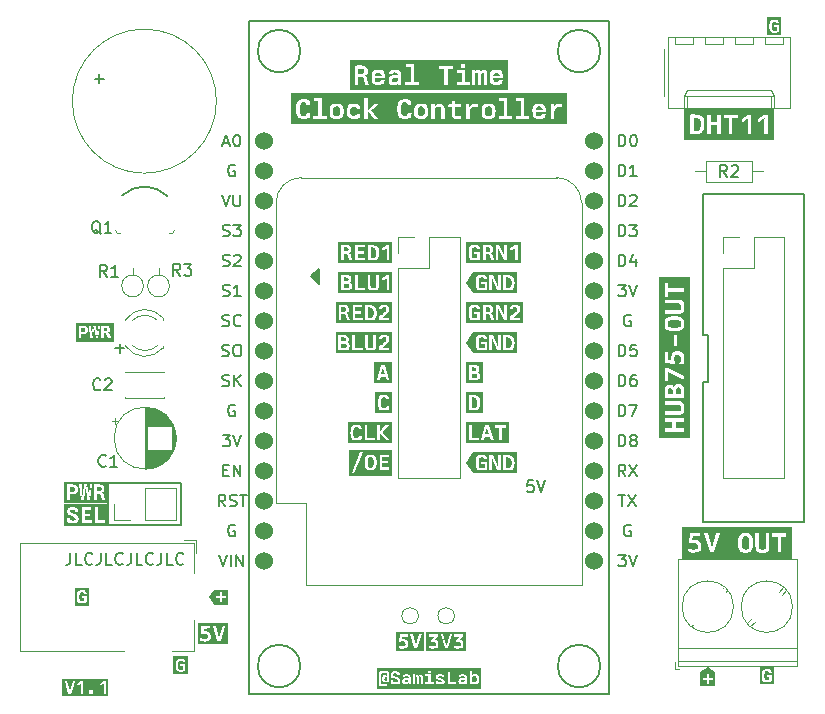
<source format=gbr>
%TF.GenerationSoftware,KiCad,Pcbnew,(6.0.9)*%
%TF.CreationDate,2025-12-22T11:41:54+09:00*%
%TF.ProjectId,ESP8266-clock,45535038-3236-4362-9d63-6c6f636b2e6b,rev?*%
%TF.SameCoordinates,Original*%
%TF.FileFunction,Legend,Top*%
%TF.FilePolarity,Positive*%
%FSLAX46Y46*%
G04 Gerber Fmt 4.6, Leading zero omitted, Abs format (unit mm)*
G04 Created by KiCad (PCBNEW (6.0.9)) date 2025-12-22 11:41:54*
%MOMM*%
%LPD*%
G01*
G04 APERTURE LIST*
%ADD10C,0.150000*%
%ADD11C,0.200000*%
%ADD12C,0.120000*%
%ADD13C,0.100000*%
%ADD14C,1.524000*%
G04 APERTURE END LIST*
D10*
X84175000Y-139100000D02*
X84175000Y-127150000D01*
X84625000Y-139100000D02*
X84625000Y-143050000D01*
X84175000Y-127150000D02*
X92775000Y-127150000D01*
X84625000Y-139100000D02*
X84175000Y-139100000D01*
X92775000Y-154900000D02*
X92775000Y-127150000D01*
X84175000Y-143050000D02*
X84175000Y-154900000D01*
X33850000Y-151600000D02*
X40000000Y-151600000D01*
X40000000Y-151600000D02*
X40000000Y-155200000D01*
X40000000Y-155200000D02*
X33850000Y-155200000D01*
X33850000Y-155200000D02*
X33850000Y-151600000D01*
X84625000Y-143050000D02*
X84175000Y-143050000D01*
X92775000Y-154900000D02*
X84175000Y-154900000D01*
D11*
X69839523Y-151402380D02*
X69363333Y-151402380D01*
X69315714Y-151878571D01*
X69363333Y-151830952D01*
X69458571Y-151783333D01*
X69696666Y-151783333D01*
X69791904Y-151830952D01*
X69839523Y-151878571D01*
X69887142Y-151973809D01*
X69887142Y-152211904D01*
X69839523Y-152307142D01*
X69791904Y-152354761D01*
X69696666Y-152402380D01*
X69458571Y-152402380D01*
X69363333Y-152354761D01*
X69315714Y-152307142D01*
X70172857Y-151402380D02*
X70506190Y-152402380D01*
X70839523Y-151402380D01*
D10*
X34419047Y-140221428D02*
X35180952Y-140221428D01*
X34800000Y-140602380D02*
X34800000Y-139840476D01*
X30630952Y-157552380D02*
X30630952Y-158266666D01*
X30583333Y-158409523D01*
X30488095Y-158504761D01*
X30345238Y-158552380D01*
X30250000Y-158552380D01*
X31583333Y-158552380D02*
X31107142Y-158552380D01*
X31107142Y-157552380D01*
X32488095Y-158457142D02*
X32440476Y-158504761D01*
X32297619Y-158552380D01*
X32202380Y-158552380D01*
X32059523Y-158504761D01*
X31964285Y-158409523D01*
X31916666Y-158314285D01*
X31869047Y-158123809D01*
X31869047Y-157980952D01*
X31916666Y-157790476D01*
X31964285Y-157695238D01*
X32059523Y-157600000D01*
X32202380Y-157552380D01*
X32297619Y-157552380D01*
X32440476Y-157600000D01*
X32488095Y-157647619D01*
X33202380Y-157552380D02*
X33202380Y-158266666D01*
X33154761Y-158409523D01*
X33059523Y-158504761D01*
X32916666Y-158552380D01*
X32821428Y-158552380D01*
X34154761Y-158552380D02*
X33678571Y-158552380D01*
X33678571Y-157552380D01*
X35059523Y-158457142D02*
X35011904Y-158504761D01*
X34869047Y-158552380D01*
X34773809Y-158552380D01*
X34630952Y-158504761D01*
X34535714Y-158409523D01*
X34488095Y-158314285D01*
X34440476Y-158123809D01*
X34440476Y-157980952D01*
X34488095Y-157790476D01*
X34535714Y-157695238D01*
X34630952Y-157600000D01*
X34773809Y-157552380D01*
X34869047Y-157552380D01*
X35011904Y-157600000D01*
X35059523Y-157647619D01*
X35773809Y-157552380D02*
X35773809Y-158266666D01*
X35726190Y-158409523D01*
X35630952Y-158504761D01*
X35488095Y-158552380D01*
X35392857Y-158552380D01*
X36726190Y-158552380D02*
X36250000Y-158552380D01*
X36250000Y-157552380D01*
X37630952Y-158457142D02*
X37583333Y-158504761D01*
X37440476Y-158552380D01*
X37345238Y-158552380D01*
X37202380Y-158504761D01*
X37107142Y-158409523D01*
X37059523Y-158314285D01*
X37011904Y-158123809D01*
X37011904Y-157980952D01*
X37059523Y-157790476D01*
X37107142Y-157695238D01*
X37202380Y-157600000D01*
X37345238Y-157552380D01*
X37440476Y-157552380D01*
X37583333Y-157600000D01*
X37630952Y-157647619D01*
X38345238Y-157552380D02*
X38345238Y-158266666D01*
X38297619Y-158409523D01*
X38202380Y-158504761D01*
X38059523Y-158552380D01*
X37964285Y-158552380D01*
X39297619Y-158552380D02*
X38821428Y-158552380D01*
X38821428Y-157552380D01*
X40202380Y-158457142D02*
X40154761Y-158504761D01*
X40011904Y-158552380D01*
X39916666Y-158552380D01*
X39773809Y-158504761D01*
X39678571Y-158409523D01*
X39630952Y-158314285D01*
X39583333Y-158123809D01*
X39583333Y-157980952D01*
X39630952Y-157790476D01*
X39678571Y-157695238D01*
X39773809Y-157600000D01*
X39916666Y-157552380D01*
X40011904Y-157552380D01*
X40154761Y-157600000D01*
X40202380Y-157647619D01*
%TO.C,U1*%
X43538095Y-133244761D02*
X43680952Y-133292380D01*
X43919047Y-133292380D01*
X44014285Y-133244761D01*
X44061904Y-133197142D01*
X44109523Y-133101904D01*
X44109523Y-133006666D01*
X44061904Y-132911428D01*
X44014285Y-132863809D01*
X43919047Y-132816190D01*
X43728571Y-132768571D01*
X43633333Y-132720952D01*
X43585714Y-132673333D01*
X43538095Y-132578095D01*
X43538095Y-132482857D01*
X43585714Y-132387619D01*
X43633333Y-132340000D01*
X43728571Y-132292380D01*
X43966666Y-132292380D01*
X44109523Y-132340000D01*
X44490476Y-132387619D02*
X44538095Y-132340000D01*
X44633333Y-132292380D01*
X44871428Y-132292380D01*
X44966666Y-132340000D01*
X45014285Y-132387619D01*
X45061904Y-132482857D01*
X45061904Y-132578095D01*
X45014285Y-132720952D01*
X44442857Y-133292380D01*
X45061904Y-133292380D01*
X77061904Y-128212380D02*
X77061904Y-127212380D01*
X77300000Y-127212380D01*
X77442857Y-127260000D01*
X77538095Y-127355238D01*
X77585714Y-127450476D01*
X77633333Y-127640952D01*
X77633333Y-127783809D01*
X77585714Y-127974285D01*
X77538095Y-128069523D01*
X77442857Y-128164761D01*
X77300000Y-128212380D01*
X77061904Y-128212380D01*
X78014285Y-127307619D02*
X78061904Y-127260000D01*
X78157142Y-127212380D01*
X78395238Y-127212380D01*
X78490476Y-127260000D01*
X78538095Y-127307619D01*
X78585714Y-127402857D01*
X78585714Y-127498095D01*
X78538095Y-127640952D01*
X77966666Y-128212380D01*
X78585714Y-128212380D01*
X77061904Y-133292380D02*
X77061904Y-132292380D01*
X77300000Y-132292380D01*
X77442857Y-132340000D01*
X77538095Y-132435238D01*
X77585714Y-132530476D01*
X77633333Y-132720952D01*
X77633333Y-132863809D01*
X77585714Y-133054285D01*
X77538095Y-133149523D01*
X77442857Y-133244761D01*
X77300000Y-133292380D01*
X77061904Y-133292380D01*
X78490476Y-132625714D02*
X78490476Y-133292380D01*
X78252380Y-132244761D02*
X78014285Y-132959047D01*
X78633333Y-132959047D01*
X44561904Y-145040000D02*
X44466666Y-144992380D01*
X44323809Y-144992380D01*
X44180952Y-145040000D01*
X44085714Y-145135238D01*
X44038095Y-145230476D01*
X43990476Y-145420952D01*
X43990476Y-145563809D01*
X44038095Y-145754285D01*
X44085714Y-145849523D01*
X44180952Y-145944761D01*
X44323809Y-145992380D01*
X44419047Y-145992380D01*
X44561904Y-145944761D01*
X44609523Y-145897142D01*
X44609523Y-145563809D01*
X44419047Y-145563809D01*
X77061904Y-123132380D02*
X77061904Y-122132380D01*
X77300000Y-122132380D01*
X77442857Y-122180000D01*
X77538095Y-122275238D01*
X77585714Y-122370476D01*
X77633333Y-122560952D01*
X77633333Y-122703809D01*
X77585714Y-122894285D01*
X77538095Y-122989523D01*
X77442857Y-123084761D01*
X77300000Y-123132380D01*
X77061904Y-123132380D01*
X78252380Y-122132380D02*
X78347619Y-122132380D01*
X78442857Y-122180000D01*
X78490476Y-122227619D01*
X78538095Y-122322857D01*
X78585714Y-122513333D01*
X78585714Y-122751428D01*
X78538095Y-122941904D01*
X78490476Y-123037142D01*
X78442857Y-123084761D01*
X78347619Y-123132380D01*
X78252380Y-123132380D01*
X78157142Y-123084761D01*
X78109523Y-123037142D01*
X78061904Y-122941904D01*
X78014285Y-122751428D01*
X78014285Y-122513333D01*
X78061904Y-122322857D01*
X78109523Y-122227619D01*
X78157142Y-122180000D01*
X78252380Y-122132380D01*
X43538095Y-135784761D02*
X43680952Y-135832380D01*
X43919047Y-135832380D01*
X44014285Y-135784761D01*
X44061904Y-135737142D01*
X44109523Y-135641904D01*
X44109523Y-135546666D01*
X44061904Y-135451428D01*
X44014285Y-135403809D01*
X43919047Y-135356190D01*
X43728571Y-135308571D01*
X43633333Y-135260952D01*
X43585714Y-135213333D01*
X43538095Y-135118095D01*
X43538095Y-135022857D01*
X43585714Y-134927619D01*
X43633333Y-134880000D01*
X43728571Y-134832380D01*
X43966666Y-134832380D01*
X44109523Y-134880000D01*
X45061904Y-135832380D02*
X44490476Y-135832380D01*
X44776190Y-135832380D02*
X44776190Y-134832380D01*
X44680952Y-134975238D01*
X44585714Y-135070476D01*
X44490476Y-135118095D01*
X77633333Y-151072380D02*
X77300000Y-150596190D01*
X77061904Y-151072380D02*
X77061904Y-150072380D01*
X77442857Y-150072380D01*
X77538095Y-150120000D01*
X77585714Y-150167619D01*
X77633333Y-150262857D01*
X77633333Y-150405714D01*
X77585714Y-150500952D01*
X77538095Y-150548571D01*
X77442857Y-150596190D01*
X77061904Y-150596190D01*
X77966666Y-150072380D02*
X78633333Y-151072380D01*
X78633333Y-150072380D02*
X77966666Y-151072380D01*
X43204761Y-157692380D02*
X43538095Y-158692380D01*
X43871428Y-157692380D01*
X44204761Y-158692380D02*
X44204761Y-157692380D01*
X44680952Y-158692380D02*
X44680952Y-157692380D01*
X45252380Y-158692380D01*
X45252380Y-157692380D01*
X77061904Y-140912380D02*
X77061904Y-139912380D01*
X77300000Y-139912380D01*
X77442857Y-139960000D01*
X77538095Y-140055238D01*
X77585714Y-140150476D01*
X77633333Y-140340952D01*
X77633333Y-140483809D01*
X77585714Y-140674285D01*
X77538095Y-140769523D01*
X77442857Y-140864761D01*
X77300000Y-140912380D01*
X77061904Y-140912380D01*
X78538095Y-139912380D02*
X78061904Y-139912380D01*
X78014285Y-140388571D01*
X78061904Y-140340952D01*
X78157142Y-140293333D01*
X78395238Y-140293333D01*
X78490476Y-140340952D01*
X78538095Y-140388571D01*
X78585714Y-140483809D01*
X78585714Y-140721904D01*
X78538095Y-140817142D01*
X78490476Y-140864761D01*
X78395238Y-140912380D01*
X78157142Y-140912380D01*
X78061904Y-140864761D01*
X78014285Y-140817142D01*
X77061904Y-125672380D02*
X77061904Y-124672380D01*
X77300000Y-124672380D01*
X77442857Y-124720000D01*
X77538095Y-124815238D01*
X77585714Y-124910476D01*
X77633333Y-125100952D01*
X77633333Y-125243809D01*
X77585714Y-125434285D01*
X77538095Y-125529523D01*
X77442857Y-125624761D01*
X77300000Y-125672380D01*
X77061904Y-125672380D01*
X78585714Y-125672380D02*
X78014285Y-125672380D01*
X78300000Y-125672380D02*
X78300000Y-124672380D01*
X78204761Y-124815238D01*
X78109523Y-124910476D01*
X78014285Y-124958095D01*
X44561904Y-124720000D02*
X44466666Y-124672380D01*
X44323809Y-124672380D01*
X44180952Y-124720000D01*
X44085714Y-124815238D01*
X44038095Y-124910476D01*
X43990476Y-125100952D01*
X43990476Y-125243809D01*
X44038095Y-125434285D01*
X44085714Y-125529523D01*
X44180952Y-125624761D01*
X44323809Y-125672380D01*
X44419047Y-125672380D01*
X44561904Y-125624761D01*
X44609523Y-125577142D01*
X44609523Y-125243809D01*
X44419047Y-125243809D01*
X44561904Y-155200000D02*
X44466666Y-155152380D01*
X44323809Y-155152380D01*
X44180952Y-155200000D01*
X44085714Y-155295238D01*
X44038095Y-155390476D01*
X43990476Y-155580952D01*
X43990476Y-155723809D01*
X44038095Y-155914285D01*
X44085714Y-156009523D01*
X44180952Y-156104761D01*
X44323809Y-156152380D01*
X44419047Y-156152380D01*
X44561904Y-156104761D01*
X44609523Y-156057142D01*
X44609523Y-155723809D01*
X44419047Y-155723809D01*
X43585714Y-122846666D02*
X44061904Y-122846666D01*
X43490476Y-123132380D02*
X43823809Y-122132380D01*
X44157142Y-123132380D01*
X44680952Y-122132380D02*
X44776190Y-122132380D01*
X44871428Y-122180000D01*
X44919047Y-122227619D01*
X44966666Y-122322857D01*
X45014285Y-122513333D01*
X45014285Y-122751428D01*
X44966666Y-122941904D01*
X44919047Y-123037142D01*
X44871428Y-123084761D01*
X44776190Y-123132380D01*
X44680952Y-123132380D01*
X44585714Y-123084761D01*
X44538095Y-123037142D01*
X44490476Y-122941904D01*
X44442857Y-122751428D01*
X44442857Y-122513333D01*
X44490476Y-122322857D01*
X44538095Y-122227619D01*
X44585714Y-122180000D01*
X44680952Y-122132380D01*
X43514285Y-143404761D02*
X43657142Y-143452380D01*
X43895238Y-143452380D01*
X43990476Y-143404761D01*
X44038095Y-143357142D01*
X44085714Y-143261904D01*
X44085714Y-143166666D01*
X44038095Y-143071428D01*
X43990476Y-143023809D01*
X43895238Y-142976190D01*
X43704761Y-142928571D01*
X43609523Y-142880952D01*
X43561904Y-142833333D01*
X43514285Y-142738095D01*
X43514285Y-142642857D01*
X43561904Y-142547619D01*
X43609523Y-142500000D01*
X43704761Y-142452380D01*
X43942857Y-142452380D01*
X44085714Y-142500000D01*
X44514285Y-143452380D02*
X44514285Y-142452380D01*
X45085714Y-143452380D02*
X44657142Y-142880952D01*
X45085714Y-142452380D02*
X44514285Y-143023809D01*
X77038095Y-152612380D02*
X77609523Y-152612380D01*
X77323809Y-153612380D02*
X77323809Y-152612380D01*
X77847619Y-152612380D02*
X78514285Y-153612380D01*
X78514285Y-152612380D02*
X77847619Y-153612380D01*
X43538095Y-147532380D02*
X44157142Y-147532380D01*
X43823809Y-147913333D01*
X43966666Y-147913333D01*
X44061904Y-147960952D01*
X44109523Y-148008571D01*
X44157142Y-148103809D01*
X44157142Y-148341904D01*
X44109523Y-148437142D01*
X44061904Y-148484761D01*
X43966666Y-148532380D01*
X43680952Y-148532380D01*
X43585714Y-148484761D01*
X43538095Y-148437142D01*
X44442857Y-147532380D02*
X44776190Y-148532380D01*
X45109523Y-147532380D01*
X77061904Y-130752380D02*
X77061904Y-129752380D01*
X77300000Y-129752380D01*
X77442857Y-129800000D01*
X77538095Y-129895238D01*
X77585714Y-129990476D01*
X77633333Y-130180952D01*
X77633333Y-130323809D01*
X77585714Y-130514285D01*
X77538095Y-130609523D01*
X77442857Y-130704761D01*
X77300000Y-130752380D01*
X77061904Y-130752380D01*
X77966666Y-129752380D02*
X78585714Y-129752380D01*
X78252380Y-130133333D01*
X78395238Y-130133333D01*
X78490476Y-130180952D01*
X78538095Y-130228571D01*
X78585714Y-130323809D01*
X78585714Y-130561904D01*
X78538095Y-130657142D01*
X78490476Y-130704761D01*
X78395238Y-130752380D01*
X78109523Y-130752380D01*
X78014285Y-130704761D01*
X77966666Y-130657142D01*
X77061904Y-145992380D02*
X77061904Y-144992380D01*
X77300000Y-144992380D01*
X77442857Y-145040000D01*
X77538095Y-145135238D01*
X77585714Y-145230476D01*
X77633333Y-145420952D01*
X77633333Y-145563809D01*
X77585714Y-145754285D01*
X77538095Y-145849523D01*
X77442857Y-145944761D01*
X77300000Y-145992380D01*
X77061904Y-145992380D01*
X77966666Y-144992380D02*
X78633333Y-144992380D01*
X78204761Y-145992380D01*
X77038095Y-134832380D02*
X77657142Y-134832380D01*
X77323809Y-135213333D01*
X77466666Y-135213333D01*
X77561904Y-135260952D01*
X77609523Y-135308571D01*
X77657142Y-135403809D01*
X77657142Y-135641904D01*
X77609523Y-135737142D01*
X77561904Y-135784761D01*
X77466666Y-135832380D01*
X77180952Y-135832380D01*
X77085714Y-135784761D01*
X77038095Y-135737142D01*
X77942857Y-134832380D02*
X78276190Y-135832380D01*
X78609523Y-134832380D01*
X43490476Y-140864761D02*
X43633333Y-140912380D01*
X43871428Y-140912380D01*
X43966666Y-140864761D01*
X44014285Y-140817142D01*
X44061904Y-140721904D01*
X44061904Y-140626666D01*
X44014285Y-140531428D01*
X43966666Y-140483809D01*
X43871428Y-140436190D01*
X43680952Y-140388571D01*
X43585714Y-140340952D01*
X43538095Y-140293333D01*
X43490476Y-140198095D01*
X43490476Y-140102857D01*
X43538095Y-140007619D01*
X43585714Y-139960000D01*
X43680952Y-139912380D01*
X43919047Y-139912380D01*
X44061904Y-139960000D01*
X44680952Y-139912380D02*
X44871428Y-139912380D01*
X44966666Y-139960000D01*
X45061904Y-140055238D01*
X45109523Y-140245714D01*
X45109523Y-140579047D01*
X45061904Y-140769523D01*
X44966666Y-140864761D01*
X44871428Y-140912380D01*
X44680952Y-140912380D01*
X44585714Y-140864761D01*
X44490476Y-140769523D01*
X44442857Y-140579047D01*
X44442857Y-140245714D01*
X44490476Y-140055238D01*
X44585714Y-139960000D01*
X44680952Y-139912380D01*
X78061904Y-137420000D02*
X77966666Y-137372380D01*
X77823809Y-137372380D01*
X77680952Y-137420000D01*
X77585714Y-137515238D01*
X77538095Y-137610476D01*
X77490476Y-137800952D01*
X77490476Y-137943809D01*
X77538095Y-138134285D01*
X77585714Y-138229523D01*
X77680952Y-138324761D01*
X77823809Y-138372380D01*
X77919047Y-138372380D01*
X78061904Y-138324761D01*
X78109523Y-138277142D01*
X78109523Y-137943809D01*
X77919047Y-137943809D01*
X77061904Y-143452380D02*
X77061904Y-142452380D01*
X77300000Y-142452380D01*
X77442857Y-142500000D01*
X77538095Y-142595238D01*
X77585714Y-142690476D01*
X77633333Y-142880952D01*
X77633333Y-143023809D01*
X77585714Y-143214285D01*
X77538095Y-143309523D01*
X77442857Y-143404761D01*
X77300000Y-143452380D01*
X77061904Y-143452380D01*
X78490476Y-142452380D02*
X78300000Y-142452380D01*
X78204761Y-142500000D01*
X78157142Y-142547619D01*
X78061904Y-142690476D01*
X78014285Y-142880952D01*
X78014285Y-143261904D01*
X78061904Y-143357142D01*
X78109523Y-143404761D01*
X78204761Y-143452380D01*
X78395238Y-143452380D01*
X78490476Y-143404761D01*
X78538095Y-143357142D01*
X78585714Y-143261904D01*
X78585714Y-143023809D01*
X78538095Y-142928571D01*
X78490476Y-142880952D01*
X78395238Y-142833333D01*
X78204761Y-142833333D01*
X78109523Y-142880952D01*
X78061904Y-142928571D01*
X78014285Y-143023809D01*
X43561904Y-150548571D02*
X43895238Y-150548571D01*
X44038095Y-151072380D02*
X43561904Y-151072380D01*
X43561904Y-150072380D01*
X44038095Y-150072380D01*
X44466666Y-151072380D02*
X44466666Y-150072380D01*
X45038095Y-151072380D01*
X45038095Y-150072380D01*
X77038095Y-157692380D02*
X77657142Y-157692380D01*
X77323809Y-158073333D01*
X77466666Y-158073333D01*
X77561904Y-158120952D01*
X77609523Y-158168571D01*
X77657142Y-158263809D01*
X77657142Y-158501904D01*
X77609523Y-158597142D01*
X77561904Y-158644761D01*
X77466666Y-158692380D01*
X77180952Y-158692380D01*
X77085714Y-158644761D01*
X77038095Y-158597142D01*
X77942857Y-157692380D02*
X78276190Y-158692380D01*
X78609523Y-157692380D01*
X43514285Y-138324761D02*
X43657142Y-138372380D01*
X43895238Y-138372380D01*
X43990476Y-138324761D01*
X44038095Y-138277142D01*
X44085714Y-138181904D01*
X44085714Y-138086666D01*
X44038095Y-137991428D01*
X43990476Y-137943809D01*
X43895238Y-137896190D01*
X43704761Y-137848571D01*
X43609523Y-137800952D01*
X43561904Y-137753333D01*
X43514285Y-137658095D01*
X43514285Y-137562857D01*
X43561904Y-137467619D01*
X43609523Y-137420000D01*
X43704761Y-137372380D01*
X43942857Y-137372380D01*
X44085714Y-137420000D01*
X45085714Y-138277142D02*
X45038095Y-138324761D01*
X44895238Y-138372380D01*
X44800000Y-138372380D01*
X44657142Y-138324761D01*
X44561904Y-138229523D01*
X44514285Y-138134285D01*
X44466666Y-137943809D01*
X44466666Y-137800952D01*
X44514285Y-137610476D01*
X44561904Y-137515238D01*
X44657142Y-137420000D01*
X44800000Y-137372380D01*
X44895238Y-137372380D01*
X45038095Y-137420000D01*
X45085714Y-137467619D01*
X43752380Y-153612380D02*
X43419047Y-153136190D01*
X43180952Y-153612380D02*
X43180952Y-152612380D01*
X43561904Y-152612380D01*
X43657142Y-152660000D01*
X43704761Y-152707619D01*
X43752380Y-152802857D01*
X43752380Y-152945714D01*
X43704761Y-153040952D01*
X43657142Y-153088571D01*
X43561904Y-153136190D01*
X43180952Y-153136190D01*
X44133333Y-153564761D02*
X44276190Y-153612380D01*
X44514285Y-153612380D01*
X44609523Y-153564761D01*
X44657142Y-153517142D01*
X44704761Y-153421904D01*
X44704761Y-153326666D01*
X44657142Y-153231428D01*
X44609523Y-153183809D01*
X44514285Y-153136190D01*
X44323809Y-153088571D01*
X44228571Y-153040952D01*
X44180952Y-152993333D01*
X44133333Y-152898095D01*
X44133333Y-152802857D01*
X44180952Y-152707619D01*
X44228571Y-152660000D01*
X44323809Y-152612380D01*
X44561904Y-152612380D01*
X44704761Y-152660000D01*
X44990476Y-152612380D02*
X45561904Y-152612380D01*
X45276190Y-153612380D02*
X45276190Y-152612380D01*
X77061904Y-148532380D02*
X77061904Y-147532380D01*
X77300000Y-147532380D01*
X77442857Y-147580000D01*
X77538095Y-147675238D01*
X77585714Y-147770476D01*
X77633333Y-147960952D01*
X77633333Y-148103809D01*
X77585714Y-148294285D01*
X77538095Y-148389523D01*
X77442857Y-148484761D01*
X77300000Y-148532380D01*
X77061904Y-148532380D01*
X78204761Y-147960952D02*
X78109523Y-147913333D01*
X78061904Y-147865714D01*
X78014285Y-147770476D01*
X78014285Y-147722857D01*
X78061904Y-147627619D01*
X78109523Y-147580000D01*
X78204761Y-147532380D01*
X78395238Y-147532380D01*
X78490476Y-147580000D01*
X78538095Y-147627619D01*
X78585714Y-147722857D01*
X78585714Y-147770476D01*
X78538095Y-147865714D01*
X78490476Y-147913333D01*
X78395238Y-147960952D01*
X78204761Y-147960952D01*
X78109523Y-148008571D01*
X78061904Y-148056190D01*
X78014285Y-148151428D01*
X78014285Y-148341904D01*
X78061904Y-148437142D01*
X78109523Y-148484761D01*
X78204761Y-148532380D01*
X78395238Y-148532380D01*
X78490476Y-148484761D01*
X78538095Y-148437142D01*
X78585714Y-148341904D01*
X78585714Y-148151428D01*
X78538095Y-148056190D01*
X78490476Y-148008571D01*
X78395238Y-147960952D01*
X78061904Y-155200000D02*
X77966666Y-155152380D01*
X77823809Y-155152380D01*
X77680952Y-155200000D01*
X77585714Y-155295238D01*
X77538095Y-155390476D01*
X77490476Y-155580952D01*
X77490476Y-155723809D01*
X77538095Y-155914285D01*
X77585714Y-156009523D01*
X77680952Y-156104761D01*
X77823809Y-156152380D01*
X77919047Y-156152380D01*
X78061904Y-156104761D01*
X78109523Y-156057142D01*
X78109523Y-155723809D01*
X77919047Y-155723809D01*
X43442857Y-127212380D02*
X43776190Y-128212380D01*
X44109523Y-127212380D01*
X44442857Y-127212380D02*
X44442857Y-128021904D01*
X44490476Y-128117142D01*
X44538095Y-128164761D01*
X44633333Y-128212380D01*
X44823809Y-128212380D01*
X44919047Y-128164761D01*
X44966666Y-128117142D01*
X45014285Y-128021904D01*
X45014285Y-127212380D01*
X43538095Y-130704761D02*
X43680952Y-130752380D01*
X43919047Y-130752380D01*
X44014285Y-130704761D01*
X44061904Y-130657142D01*
X44109523Y-130561904D01*
X44109523Y-130466666D01*
X44061904Y-130371428D01*
X44014285Y-130323809D01*
X43919047Y-130276190D01*
X43728571Y-130228571D01*
X43633333Y-130180952D01*
X43585714Y-130133333D01*
X43538095Y-130038095D01*
X43538095Y-129942857D01*
X43585714Y-129847619D01*
X43633333Y-129800000D01*
X43728571Y-129752380D01*
X43966666Y-129752380D01*
X44109523Y-129800000D01*
X44442857Y-129752380D02*
X45061904Y-129752380D01*
X44728571Y-130133333D01*
X44871428Y-130133333D01*
X44966666Y-130180952D01*
X45014285Y-130228571D01*
X45061904Y-130323809D01*
X45061904Y-130561904D01*
X45014285Y-130657142D01*
X44966666Y-130704761D01*
X44871428Y-130752380D01*
X44585714Y-130752380D01*
X44490476Y-130704761D01*
X44442857Y-130657142D01*
%TO.C,Q1*%
X33204761Y-130547619D02*
X33109523Y-130500000D01*
X33014285Y-130404761D01*
X32871428Y-130261904D01*
X32776190Y-130214285D01*
X32680952Y-130214285D01*
X32728571Y-130452380D02*
X32633333Y-130404761D01*
X32538095Y-130309523D01*
X32490476Y-130119047D01*
X32490476Y-129785714D01*
X32538095Y-129595238D01*
X32633333Y-129500000D01*
X32728571Y-129452380D01*
X32919047Y-129452380D01*
X33014285Y-129500000D01*
X33109523Y-129595238D01*
X33157142Y-129785714D01*
X33157142Y-130119047D01*
X33109523Y-130309523D01*
X33014285Y-130404761D01*
X32919047Y-130452380D01*
X32728571Y-130452380D01*
X34109523Y-130452380D02*
X33538095Y-130452380D01*
X33823809Y-130452380D02*
X33823809Y-129452380D01*
X33728571Y-129595238D01*
X33633333Y-129690476D01*
X33538095Y-129738095D01*
%TO.C,C2*%
X33183333Y-143682142D02*
X33135714Y-143729761D01*
X32992857Y-143777380D01*
X32897619Y-143777380D01*
X32754761Y-143729761D01*
X32659523Y-143634523D01*
X32611904Y-143539285D01*
X32564285Y-143348809D01*
X32564285Y-143205952D01*
X32611904Y-143015476D01*
X32659523Y-142920238D01*
X32754761Y-142825000D01*
X32897619Y-142777380D01*
X32992857Y-142777380D01*
X33135714Y-142825000D01*
X33183333Y-142872619D01*
X33564285Y-142872619D02*
X33611904Y-142825000D01*
X33707142Y-142777380D01*
X33945238Y-142777380D01*
X34040476Y-142825000D01*
X34088095Y-142872619D01*
X34135714Y-142967857D01*
X34135714Y-143063095D01*
X34088095Y-143205952D01*
X33516666Y-143777380D01*
X34135714Y-143777380D01*
%TO.C,C1*%
X33633333Y-150157142D02*
X33585714Y-150204761D01*
X33442857Y-150252380D01*
X33347619Y-150252380D01*
X33204761Y-150204761D01*
X33109523Y-150109523D01*
X33061904Y-150014285D01*
X33014285Y-149823809D01*
X33014285Y-149680952D01*
X33061904Y-149490476D01*
X33109523Y-149395238D01*
X33204761Y-149300000D01*
X33347619Y-149252380D01*
X33442857Y-149252380D01*
X33585714Y-149300000D01*
X33633333Y-149347619D01*
X34585714Y-150252380D02*
X34014285Y-150252380D01*
X34300000Y-150252380D02*
X34300000Y-149252380D01*
X34204761Y-149395238D01*
X34109523Y-149490476D01*
X34014285Y-149538095D01*
%TO.C,BZ1*%
X32719047Y-117421428D02*
X33480952Y-117421428D01*
X33100000Y-117802380D02*
X33100000Y-117040476D01*
%TO.C,R3*%
X39933333Y-134077380D02*
X39600000Y-133601190D01*
X39361904Y-134077380D02*
X39361904Y-133077380D01*
X39742857Y-133077380D01*
X39838095Y-133125000D01*
X39885714Y-133172619D01*
X39933333Y-133267857D01*
X39933333Y-133410714D01*
X39885714Y-133505952D01*
X39838095Y-133553571D01*
X39742857Y-133601190D01*
X39361904Y-133601190D01*
X40266666Y-133077380D02*
X40885714Y-133077380D01*
X40552380Y-133458333D01*
X40695238Y-133458333D01*
X40790476Y-133505952D01*
X40838095Y-133553571D01*
X40885714Y-133648809D01*
X40885714Y-133886904D01*
X40838095Y-133982142D01*
X40790476Y-134029761D01*
X40695238Y-134077380D01*
X40409523Y-134077380D01*
X40314285Y-134029761D01*
X40266666Y-133982142D01*
%TO.C,R2*%
X86230833Y-125702380D02*
X85897500Y-125226190D01*
X85659404Y-125702380D02*
X85659404Y-124702380D01*
X86040357Y-124702380D01*
X86135595Y-124750000D01*
X86183214Y-124797619D01*
X86230833Y-124892857D01*
X86230833Y-125035714D01*
X86183214Y-125130952D01*
X86135595Y-125178571D01*
X86040357Y-125226190D01*
X85659404Y-125226190D01*
X86611785Y-124797619D02*
X86659404Y-124750000D01*
X86754642Y-124702380D01*
X86992738Y-124702380D01*
X87087976Y-124750000D01*
X87135595Y-124797619D01*
X87183214Y-124892857D01*
X87183214Y-124988095D01*
X87135595Y-125130952D01*
X86564166Y-125702380D01*
X87183214Y-125702380D01*
%TO.C,R1*%
X33733333Y-134177380D02*
X33400000Y-133701190D01*
X33161904Y-134177380D02*
X33161904Y-133177380D01*
X33542857Y-133177380D01*
X33638095Y-133225000D01*
X33685714Y-133272619D01*
X33733333Y-133367857D01*
X33733333Y-133510714D01*
X33685714Y-133605952D01*
X33638095Y-133653571D01*
X33542857Y-133701190D01*
X33161904Y-133701190D01*
X34685714Y-134177380D02*
X34114285Y-134177380D01*
X34400000Y-134177380D02*
X34400000Y-133177380D01*
X34304761Y-133320238D01*
X34209523Y-133415476D01*
X34114285Y-133463095D01*
%TO.C,U1*%
X76250000Y-112500000D02*
X46250000Y-112500000D01*
X45750000Y-112500000D02*
X45750000Y-169500000D01*
X45750000Y-169500000D02*
X76250000Y-169500000D01*
X46250000Y-112500000D02*
X45750000Y-112500000D01*
X76250000Y-169500000D02*
X76250000Y-112500000D01*
X75496051Y-115060000D02*
G75*
G03*
X75496051Y-115060000I-1796051J0D01*
G01*
X50096051Y-167130000D02*
G75*
G03*
X50096051Y-167130000I-1796051J0D01*
G01*
X50096051Y-115060000D02*
G75*
G03*
X50096051Y-115060000I-1796051J0D01*
G01*
X75496051Y-167130000D02*
G75*
G03*
X75496051Y-167130000I-1796051J0D01*
G01*
%TO.C,kibuzzard-6514EFEE*%
G36*
X30994369Y-160496731D02*
G01*
X32205631Y-160496731D01*
X32205631Y-162003269D01*
X30994369Y-162003269D01*
X30994369Y-161250794D01*
X31192806Y-161250794D01*
X31197304Y-161384761D01*
X31210798Y-161496680D01*
X31233287Y-161586550D01*
X31287461Y-161687753D01*
X31369019Y-161754825D01*
X31441515Y-161782606D01*
X31532002Y-161799275D01*
X31640481Y-161804831D01*
X31738112Y-161800466D01*
X31821456Y-161787369D01*
X31905197Y-161761969D01*
X32004019Y-161720694D01*
X32004019Y-161182531D01*
X31588094Y-161182531D01*
X31588094Y-161355569D01*
X31811931Y-161355569D01*
X31811931Y-161598456D01*
X31733350Y-161623062D01*
X31635719Y-161630206D01*
X31551383Y-161621872D01*
X31488875Y-161596869D01*
X31444623Y-161551823D01*
X31415056Y-161483363D01*
X31398387Y-161386327D01*
X31392831Y-161255556D01*
X31397792Y-161121809D01*
X31412675Y-161022194D01*
X31439464Y-160951550D01*
X31480144Y-160904719D01*
X31537691Y-160878525D01*
X31615081Y-160869794D01*
X31727000Y-160882494D01*
X31786531Y-160924562D01*
X31810344Y-161009494D01*
X32007194Y-161009494D01*
X31993105Y-160899956D01*
X31963538Y-160818994D01*
X31914920Y-160761844D01*
X31843681Y-160723744D01*
X31744859Y-160702312D01*
X31613494Y-160695169D01*
X31511806Y-160700725D01*
X31426874Y-160717394D01*
X31358700Y-160745175D01*
X31281905Y-160812247D01*
X31230906Y-160913450D01*
X31209740Y-161003497D01*
X31197040Y-161115944D01*
X31192806Y-161250794D01*
X30994369Y-161250794D01*
X30994369Y-160496731D01*
G37*
%TO.C,kibuzzard-69461B8D*%
G36*
X82602184Y-119929994D02*
G01*
X90192816Y-119929994D01*
X90192816Y-122570006D01*
X82602184Y-122570006D01*
X82602184Y-122054862D01*
X83098278Y-122054862D01*
X83254118Y-122065446D01*
X83394611Y-122071796D01*
X83519759Y-122073912D01*
X83710524Y-122065710D01*
X83780862Y-122054862D01*
X84534172Y-122054862D01*
X84838972Y-122054862D01*
X84838972Y-121347631D01*
X85386659Y-121347631D01*
X85386659Y-122054862D01*
X85691459Y-122054862D01*
X85691459Y-120707075D01*
X85955778Y-120707075D01*
X86389166Y-120707075D01*
X86389166Y-122054862D01*
X86693966Y-122054862D01*
X86693966Y-121109506D01*
X87460728Y-121109506D01*
X87889353Y-120845188D01*
X87982222Y-120768987D01*
X87972697Y-120916625D01*
X87972697Y-122054862D01*
X88267972Y-122054862D01*
X88267972Y-121109506D01*
X88889478Y-121109506D01*
X89318103Y-120845188D01*
X89410972Y-120768987D01*
X89401447Y-120916625D01*
X89401447Y-122054862D01*
X89696722Y-122054862D01*
X89696722Y-120435613D01*
X89401447Y-120435613D01*
X88889478Y-120795181D01*
X88889478Y-121109506D01*
X88267972Y-121109506D01*
X88267972Y-120435613D01*
X87972697Y-120435613D01*
X87460728Y-120795181D01*
X87460728Y-121109506D01*
X86693966Y-121109506D01*
X86693966Y-120707075D01*
X87127353Y-120707075D01*
X87127353Y-120435613D01*
X85955778Y-120435613D01*
X85955778Y-120707075D01*
X85691459Y-120707075D01*
X85691459Y-120435613D01*
X85386659Y-120435613D01*
X85386659Y-121078550D01*
X84838972Y-121078550D01*
X84838972Y-120435613D01*
X84534172Y-120435613D01*
X84534172Y-122054862D01*
X83780862Y-122054862D01*
X83870068Y-122041104D01*
X83998391Y-122000094D01*
X84143052Y-121901570D01*
X84238897Y-121753634D01*
X84278584Y-121622798D01*
X84302397Y-121460476D01*
X84310334Y-121266669D01*
X84303455Y-121081328D01*
X84282818Y-120925356D01*
X84248422Y-120798753D01*
X84164780Y-120652009D01*
X84037681Y-120547531D01*
X83924836Y-120498319D01*
X83784740Y-120461806D01*
X83617391Y-120437994D01*
X83503091Y-120429064D01*
X83374503Y-120426088D01*
X83243534Y-120428469D01*
X83098278Y-120435613D01*
X83098278Y-122054862D01*
X82602184Y-122054862D01*
X82602184Y-119929994D01*
G37*
G36*
X83495947Y-120691002D02*
G01*
X83607866Y-120699931D01*
X83745085Y-120725827D01*
X83847181Y-120770178D01*
X83919512Y-120838639D01*
X83967434Y-120936866D01*
X83994223Y-121071704D01*
X84003153Y-121250000D01*
X83993926Y-121438416D01*
X83966244Y-121579803D01*
X83916535Y-121681304D01*
X83841228Y-121750063D01*
X83734667Y-121791734D01*
X83591197Y-121811975D01*
X83403078Y-121804831D01*
X83403078Y-120688025D01*
X83495947Y-120691002D01*
G37*
%TO.C,kibuzzard-67C66B4C*%
G36*
X54113147Y-146461077D02*
G01*
X57890763Y-146461077D01*
X57890763Y-148268923D01*
X54113147Y-148268923D01*
X54113147Y-147367857D01*
X54351272Y-147367857D01*
X54356352Y-147528513D01*
X54371592Y-147662497D01*
X54396993Y-147769812D01*
X54458429Y-147890542D01*
X54551298Y-147970790D01*
X54634059Y-148004127D01*
X54737564Y-148024130D01*
X54861813Y-148030798D01*
X55013974Y-148022463D01*
X55053997Y-148013653D01*
X56633463Y-148013653D01*
X56875398Y-148013653D01*
X56875398Y-147396432D01*
X57349743Y-148013653D01*
X57652638Y-148013653D01*
X57115428Y-147356427D01*
X57115428Y-147350712D01*
X57580248Y-146718252D01*
X57300213Y-146718252D01*
X56875398Y-147312612D01*
X56875398Y-146718252D01*
X56633463Y-146718252D01*
X56633463Y-148013653D01*
X55053997Y-148013653D01*
X55062656Y-148011747D01*
X55541898Y-148011747D01*
X56441058Y-148011747D01*
X56441058Y-147798387D01*
X55785738Y-147798387D01*
X55785738Y-146718252D01*
X55541898Y-146718252D01*
X55541898Y-148011747D01*
X55062656Y-148011747D01*
X55127560Y-147997460D01*
X55209237Y-147952216D01*
X55265673Y-147883160D01*
X55300915Y-147785291D01*
X55319013Y-147653607D01*
X55080888Y-147653607D01*
X55019928Y-147787910D01*
X54957539Y-147814342D01*
X54861813Y-147823153D01*
X54768944Y-147812913D01*
X54699888Y-147782195D01*
X54651072Y-147727188D01*
X54618925Y-147644083D01*
X54601066Y-147526449D01*
X54595113Y-147367857D01*
X54601066Y-147207361D01*
X54618925Y-147087822D01*
X54651072Y-147003288D01*
X54699888Y-146947805D01*
X54768944Y-146917087D01*
X54861813Y-146906847D01*
X54948490Y-146916372D01*
X55006593Y-146944947D01*
X55044216Y-146999716D01*
X55069458Y-147087822D01*
X55307583Y-147087822D01*
X55292819Y-146952806D01*
X55259958Y-146852555D01*
X55205189Y-146781594D01*
X55124703Y-146734445D01*
X55012308Y-146708013D01*
X54861813Y-146699202D01*
X54737564Y-146705870D01*
X54634059Y-146725872D01*
X54551298Y-146759210D01*
X54458429Y-146839934D01*
X54396993Y-146962092D01*
X54371592Y-147070677D01*
X54356352Y-147205932D01*
X54351272Y-147367857D01*
X54113147Y-147367857D01*
X54113147Y-146461077D01*
G37*
%TO.C,kibuzzard-67C66B36*%
G36*
X56332473Y-141399175D02*
G01*
X57890763Y-141399175D01*
X57890763Y-143170825D01*
X56332473Y-143170825D01*
X56332473Y-142932700D01*
X56570598Y-142932700D01*
X56812533Y-142932700D01*
X56905878Y-142622185D01*
X57317358Y-142622185D01*
X57410703Y-142932700D01*
X57652638Y-142932700D01*
X57265923Y-141637300D01*
X56957313Y-141637300D01*
X56570598Y-142932700D01*
X56332473Y-142932700D01*
X56332473Y-141399175D01*
G37*
G36*
X57260208Y-142418350D02*
G01*
X56963028Y-142418350D01*
X57109713Y-141873520D01*
X57113523Y-141873520D01*
X57260208Y-142418350D01*
G37*
D12*
%TO.C,U3*%
X81207500Y-119892500D02*
X91587500Y-119892500D01*
X85927500Y-114472500D02*
X85927500Y-113872500D01*
X82837500Y-118362500D02*
X89957500Y-118362500D01*
X82837500Y-119892500D02*
X82837500Y-118892500D01*
X89957500Y-118362500D02*
X90207500Y-118892500D01*
X86867500Y-114472500D02*
X88467500Y-114472500D01*
X82587500Y-118892500D02*
X90207500Y-118892500D01*
X81787500Y-114472500D02*
X83387500Y-114472500D01*
X80917500Y-114902500D02*
X80917500Y-118902500D01*
X89407500Y-114472500D02*
X91007500Y-114472500D01*
X84327500Y-113872500D02*
X84327500Y-114472500D01*
X88467500Y-114472500D02*
X88467500Y-113872500D01*
X86867500Y-113872500D02*
X86867500Y-114472500D01*
X91587500Y-113872500D02*
X81207500Y-113872500D01*
X91007500Y-114472500D02*
X91007500Y-113872500D01*
X81207500Y-113872500D02*
X81207500Y-119892500D01*
X89407500Y-113872500D02*
X89407500Y-114472500D01*
X82587500Y-118892500D02*
X82837500Y-118362500D01*
X82587500Y-119892500D02*
X82587500Y-118892500D01*
X91587500Y-119892500D02*
X91587500Y-113872500D01*
X90207500Y-118892500D02*
X90207500Y-119892500D01*
X83387500Y-114472500D02*
X83387500Y-113872500D01*
X81787500Y-113872500D02*
X81787500Y-114472500D01*
X84327500Y-114472500D02*
X85927500Y-114472500D01*
X89957500Y-119892500D02*
X89957500Y-118892500D01*
%TO.C,kibuzzard-67C66B74*%
G36*
X54217923Y-148802005D02*
G01*
X57890763Y-148802005D01*
X57890763Y-151007995D01*
X54217923Y-151007995D01*
X54217923Y-150769870D01*
X54456048Y-150769870D01*
X54684648Y-150769870D01*
X55034881Y-149884045D01*
X55553328Y-149884045D01*
X55558302Y-150044700D01*
X55573225Y-150178685D01*
X55598095Y-150286000D01*
X55658579Y-150406491D01*
X55750495Y-150486025D01*
X55832305Y-150518833D01*
X55934222Y-150538518D01*
X56056248Y-150545080D01*
X56178274Y-150538518D01*
X56233066Y-150527935D01*
X56810628Y-150527935D01*
X57652638Y-150527935D01*
X57652638Y-150318385D01*
X57054468Y-150318385D01*
X57054468Y-149960245D01*
X57538338Y-149960245D01*
X57538338Y-149750695D01*
X57054468Y-149750695D01*
X57054468Y-149442085D01*
X57614538Y-149442085D01*
X57614538Y-149232535D01*
X56810628Y-149232535D01*
X56810628Y-150527935D01*
X56233066Y-150527935D01*
X56280191Y-150518833D01*
X56362000Y-150486025D01*
X56453917Y-150406491D01*
X56514400Y-150286000D01*
X56539271Y-150178685D01*
X56554194Y-150044700D01*
X56559168Y-149884045D01*
X56554194Y-149721062D01*
X56539271Y-149585172D01*
X56514400Y-149476375D01*
X56453917Y-149354217D01*
X56362000Y-149273492D01*
X56280191Y-149240155D01*
X56178274Y-149220152D01*
X56056248Y-149213485D01*
X55934222Y-149220152D01*
X55832305Y-149240155D01*
X55750495Y-149273492D01*
X55658579Y-149354217D01*
X55598095Y-149476375D01*
X55573225Y-149585172D01*
X55558302Y-149721062D01*
X55553328Y-149884045D01*
X55034881Y-149884045D01*
X55368543Y-149040130D01*
X55138038Y-149040130D01*
X54456048Y-150769870D01*
X54217923Y-150769870D01*
X54217923Y-148802005D01*
G37*
G36*
X56147212Y-149433274D02*
G01*
X56214363Y-149463992D01*
X56261750Y-149519237D01*
X56293420Y-149603057D01*
X56311280Y-149722358D01*
X56317233Y-149884045D01*
X56311280Y-150040969D01*
X56293420Y-150157412D01*
X56261750Y-150239804D01*
X56214363Y-150294572D01*
X56147212Y-150325291D01*
X56056248Y-150335530D01*
X55965046Y-150325291D01*
X55897180Y-150294572D01*
X55849079Y-150239804D01*
X55817170Y-150157412D01*
X55799311Y-150040969D01*
X55793358Y-149884045D01*
X55799311Y-149723549D01*
X55817170Y-149604010D01*
X55849079Y-149519476D01*
X55897180Y-149463992D01*
X55965046Y-149433274D01*
X56056248Y-149423035D01*
X56147212Y-149433274D01*
G37*
%TO.C,U2*%
X73915000Y-160230000D02*
X73915000Y-127900000D01*
X50595000Y-160230000D02*
X73915000Y-160230000D01*
X48055000Y-153330000D02*
X48055000Y-127900000D01*
X50595000Y-153330000D02*
X50595000Y-160230000D01*
X48055000Y-153330000D02*
X50595000Y-153330000D01*
X71795000Y-125770000D02*
X50185000Y-125770000D01*
X50185000Y-125770000D02*
G75*
G03*
X48055000Y-127900000I2J-2130002D01*
G01*
X73915000Y-127900000D02*
G75*
G03*
X71785000Y-125770000I-2130000J0D01*
G01*
G36*
X51655000Y-134745000D02*
G01*
X51020000Y-134110000D01*
X51655000Y-133475000D01*
X51655000Y-134745000D01*
G37*
D10*
X51655000Y-134745000D02*
X51020000Y-134110000D01*
X51655000Y-133475000D01*
X51655000Y-134745000D01*
%TO.C,kibuzzard-67C66FDB*%
G36*
X67588098Y-139302564D02*
G01*
X67677632Y-139309707D01*
X67787408Y-139330424D01*
X67869085Y-139365905D01*
X67926949Y-139420674D01*
X67965288Y-139499255D01*
X67986719Y-139607126D01*
X67993863Y-139749762D01*
X67986481Y-139900496D01*
X67964335Y-140013605D01*
X67924568Y-140094806D01*
X67864323Y-140149812D01*
X67779074Y-140183150D01*
X67664298Y-140199342D01*
X67513803Y-140193627D01*
X67513803Y-139300182D01*
X67588098Y-139302564D01*
G37*
G36*
X64122267Y-139745000D02*
G01*
X64724882Y-138841077D01*
X68477733Y-138841077D01*
X68477733Y-140648923D01*
X64724882Y-140648923D01*
X64122902Y-139745952D01*
X64963007Y-139745952D01*
X64968405Y-139906713D01*
X64984597Y-140041016D01*
X65011585Y-140148860D01*
X65076593Y-140270304D01*
X65174462Y-140350790D01*
X65261457Y-140384127D01*
X65370042Y-140404130D01*
X65500217Y-140410798D01*
X65617375Y-140405559D01*
X65693141Y-140393653D01*
X66107912Y-140393653D01*
X66342228Y-140393653D01*
X66342228Y-139648797D01*
X66315557Y-139378287D01*
X66321273Y-139378287D01*
X66786092Y-140393653D01*
X67083272Y-140393653D01*
X67269963Y-140393653D01*
X67394634Y-140402119D01*
X67507029Y-140407199D01*
X67607148Y-140408892D01*
X67759759Y-140402331D01*
X67887394Y-140382646D01*
X67990053Y-140349837D01*
X68105781Y-140271018D01*
X68182458Y-140152670D01*
X68214207Y-140048001D01*
X68233257Y-139918143D01*
X68239607Y-139763097D01*
X68234104Y-139614825D01*
X68217594Y-139490047D01*
X68190078Y-139388765D01*
X68123164Y-139271369D01*
X68021485Y-139187787D01*
X67931209Y-139148417D01*
X67819132Y-139119207D01*
X67685253Y-139100157D01*
X67593813Y-139093014D01*
X67490943Y-139090632D01*
X67386168Y-139092537D01*
X67269963Y-139098252D01*
X67269963Y-140393653D01*
X67083272Y-140393653D01*
X67083272Y-139098252D01*
X66848958Y-139098252D01*
X66848958Y-139843107D01*
X66875628Y-140113618D01*
X66869912Y-140113618D01*
X66405092Y-139098252D01*
X66107912Y-139098252D01*
X66107912Y-140393653D01*
X65693141Y-140393653D01*
X65717387Y-140389843D01*
X65817876Y-140359362D01*
X65936462Y-140309832D01*
X65936462Y-139664037D01*
X65437352Y-139664037D01*
X65437352Y-139871682D01*
X65705957Y-139871682D01*
X65705957Y-140163147D01*
X65611660Y-140192675D01*
X65494502Y-140201248D01*
X65393299Y-140191246D01*
X65318290Y-140161242D01*
X65265188Y-140107188D01*
X65229707Y-140025035D01*
X65209705Y-139908592D01*
X65203037Y-139751667D01*
X65208991Y-139591171D01*
X65226850Y-139471632D01*
X65258997Y-139386860D01*
X65307812Y-139330662D01*
X65376869Y-139299230D01*
X65469737Y-139288752D01*
X65604040Y-139303992D01*
X65675477Y-139354475D01*
X65704052Y-139456392D01*
X65940272Y-139456392D01*
X65923366Y-139324947D01*
X65887885Y-139227792D01*
X65829544Y-139159212D01*
X65744057Y-139113492D01*
X65625471Y-139087775D01*
X65467832Y-139079202D01*
X65345807Y-139085870D01*
X65243889Y-139105872D01*
X65162080Y-139139210D01*
X65069926Y-139219696D01*
X65008727Y-139341140D01*
X64983327Y-139449196D01*
X64968087Y-139584133D01*
X64963007Y-139745952D01*
X64122902Y-139745952D01*
X64122267Y-139745000D01*
G37*
%TO.C,kibuzzard-67C642C7*%
G36*
X58207311Y-164231882D02*
G01*
X60592689Y-164231882D01*
X60592689Y-165868118D01*
X58207311Y-165868118D01*
X58207311Y-165578241D01*
X58425592Y-165578241D01*
X58507230Y-165612293D01*
X58584501Y-165634121D01*
X58667012Y-165645908D01*
X58764365Y-165649837D01*
X58920654Y-165640014D01*
X59040272Y-165610546D01*
X59127367Y-165558595D01*
X59186084Y-165481324D01*
X59219481Y-165374584D01*
X59230614Y-165234229D01*
X59222101Y-165120941D01*
X59196562Y-165032537D01*
X59151596Y-164965307D01*
X59084802Y-164915539D01*
X58992469Y-164880832D01*
X58870886Y-164858786D01*
X58760872Y-164851801D01*
X58684037Y-164855293D01*
X58701500Y-164638758D01*
X59179973Y-164635266D01*
X59179973Y-164450163D01*
X59394761Y-164450163D01*
X59747504Y-165637613D01*
X60021665Y-165637613D01*
X60374408Y-164450163D01*
X60147395Y-164450163D01*
X59888950Y-165375676D01*
X59880219Y-165375676D01*
X59621774Y-164450163D01*
X59394761Y-164450163D01*
X59179973Y-164450163D01*
X58507666Y-164450163D01*
X58455279Y-165070082D01*
X58574412Y-165054560D01*
X58673366Y-165045246D01*
X58752141Y-165042142D01*
X58846439Y-165047381D01*
X58925238Y-165064188D01*
X58976534Y-165097149D01*
X59004693Y-165150628D01*
X59014079Y-165228991D01*
X59000545Y-165338786D01*
X58959945Y-165409728D01*
X58884856Y-165448363D01*
X58767858Y-165461242D01*
X58689931Y-165455567D01*
X58613314Y-165438541D01*
X58528403Y-165407545D01*
X58425592Y-165359959D01*
X58425592Y-165578241D01*
X58207311Y-165578241D01*
X58207311Y-164231882D01*
G37*
D12*
%TO.C,J1*%
X40250000Y-156492500D02*
X41300000Y-156492500D01*
X41100000Y-165892500D02*
X39200000Y-165892500D01*
X26400000Y-165892500D02*
X26400000Y-156692500D01*
X41100000Y-163192500D02*
X41100000Y-165892500D01*
X41300000Y-157542500D02*
X41300000Y-156492500D01*
X26400000Y-156692500D02*
X41100000Y-156692500D01*
X41100000Y-156692500D02*
X41100000Y-159292500D01*
X35200000Y-165892500D02*
X26400000Y-165892500D01*
%TO.C,kibuzzard-67C684FA*%
G36*
X33028465Y-151961374D02*
G01*
X33120857Y-151965660D01*
X33240872Y-152004712D01*
X33273257Y-152121870D01*
X33241825Y-152269507D01*
X33124667Y-152310465D01*
X32878922Y-152310465D01*
X32878922Y-151961850D01*
X32960837Y-151959945D01*
X33028465Y-151961374D01*
G37*
G36*
X30808426Y-151966374D02*
G01*
X30894865Y-151979947D01*
X30996782Y-152039955D01*
X31027262Y-152159970D01*
X31000592Y-152285700D01*
X30909152Y-152348565D01*
X30831047Y-152362852D01*
X30726272Y-152367615D01*
X30606257Y-152367615D01*
X30606257Y-151961850D01*
X30691982Y-151961850D01*
X30808426Y-151966374D01*
G37*
G36*
X30124292Y-151510365D02*
G01*
X33825708Y-151510365D01*
X33825708Y-153289635D01*
X30124292Y-153289635D01*
X30124292Y-153051510D01*
X30362417Y-153051510D01*
X30606257Y-153051510D01*
X30606257Y-152579070D01*
X30745322Y-152579070D01*
X30872111Y-152574943D01*
X30978156Y-152562560D01*
X31063457Y-152541922D01*
X31159422Y-152492154D01*
X31222525Y-152417145D01*
X31257529Y-152310941D01*
X31269197Y-152167590D01*
X31255624Y-152022334D01*
X31214905Y-151914225D01*
X31141562Y-151837787D01*
X31030120Y-151787542D01*
X30930954Y-151766905D01*
X30823286Y-151756110D01*
X31373972Y-151756110D01*
X31528277Y-153051510D01*
X31779737Y-153051510D01*
X31928327Y-151923750D01*
X31935947Y-151923750D01*
X32082632Y-153051510D01*
X32335997Y-153051510D01*
X32636987Y-153051510D01*
X32878922Y-153051510D01*
X32878922Y-152521920D01*
X33000842Y-152521920D01*
X33101807Y-152529302D01*
X33168482Y-152551447D01*
X33237062Y-152664795D01*
X33326597Y-153051510D01*
X33587583Y-153051510D01*
X33478997Y-152647650D01*
X33446374Y-152551924D01*
X33409465Y-152489535D01*
X33290403Y-152430480D01*
X33290403Y-152413335D01*
X33425657Y-152370473D01*
X33493285Y-152284747D01*
X33513288Y-152131395D01*
X33501143Y-152000902D01*
X33464710Y-151902795D01*
X33399464Y-151832310D01*
X33300880Y-151784685D01*
X33213567Y-151764577D01*
X33105300Y-151752512D01*
X32976077Y-151748490D01*
X32863682Y-151750395D01*
X32636987Y-151758015D01*
X32636987Y-153051510D01*
X32335997Y-153051510D01*
X32490302Y-151756110D01*
X32280752Y-151756110D01*
X32204552Y-152775285D01*
X32202647Y-152775285D01*
X32187407Y-152539065D01*
X32069297Y-151756110D01*
X31794977Y-151756110D01*
X31673057Y-152539065D01*
X31659722Y-152775285D01*
X31657817Y-152775285D01*
X31583522Y-151756110D01*
X31373972Y-151756110D01*
X30823286Y-151756110D01*
X30807447Y-151754522D01*
X30659597Y-151750395D01*
X30362417Y-151756110D01*
X30362417Y-153051510D01*
X30124292Y-153051510D01*
X30124292Y-151510365D01*
G37*
%TO.C,TP2*%
X63150000Y-162875000D02*
G75*
G03*
X63150000Y-162875000I-700000J0D01*
G01*
%TO.C,kibuzzard-67C66FDB*%
G36*
X64122267Y-134665000D02*
G01*
X64724882Y-133761077D01*
X68477733Y-133761077D01*
X68477733Y-135568923D01*
X64724882Y-135568923D01*
X64122902Y-134665952D01*
X64963007Y-134665952D01*
X64968405Y-134826713D01*
X64984597Y-134961016D01*
X65011585Y-135068860D01*
X65076593Y-135190304D01*
X65174462Y-135270790D01*
X65261457Y-135304127D01*
X65370042Y-135324130D01*
X65500217Y-135330798D01*
X65617375Y-135325559D01*
X65693141Y-135313653D01*
X66107912Y-135313653D01*
X66342228Y-135313653D01*
X66342228Y-134568797D01*
X66315557Y-134298287D01*
X66321273Y-134298287D01*
X66786092Y-135313653D01*
X67083272Y-135313653D01*
X67269963Y-135313653D01*
X67394634Y-135322119D01*
X67507029Y-135327199D01*
X67607148Y-135328892D01*
X67759759Y-135322331D01*
X67887394Y-135302646D01*
X67990053Y-135269837D01*
X68105781Y-135191018D01*
X68182458Y-135072670D01*
X68214207Y-134968001D01*
X68233257Y-134838143D01*
X68239607Y-134683097D01*
X68234104Y-134534825D01*
X68217594Y-134410047D01*
X68190078Y-134308765D01*
X68123164Y-134191369D01*
X68021485Y-134107787D01*
X67931209Y-134068417D01*
X67819132Y-134039207D01*
X67685253Y-134020157D01*
X67593813Y-134013014D01*
X67490943Y-134010632D01*
X67386168Y-134012537D01*
X67269963Y-134018252D01*
X67269963Y-135313653D01*
X67083272Y-135313653D01*
X67083272Y-134018252D01*
X66848958Y-134018252D01*
X66848958Y-134763107D01*
X66875628Y-135033618D01*
X66869912Y-135033618D01*
X66405092Y-134018252D01*
X66107912Y-134018252D01*
X66107912Y-135313653D01*
X65693141Y-135313653D01*
X65717387Y-135309843D01*
X65817876Y-135279362D01*
X65936462Y-135229832D01*
X65936462Y-134584037D01*
X65437352Y-134584037D01*
X65437352Y-134791682D01*
X65705957Y-134791682D01*
X65705957Y-135083147D01*
X65611660Y-135112675D01*
X65494502Y-135121248D01*
X65393299Y-135111246D01*
X65318290Y-135081242D01*
X65265188Y-135027188D01*
X65229707Y-134945035D01*
X65209705Y-134828592D01*
X65203037Y-134671667D01*
X65208991Y-134511171D01*
X65226850Y-134391632D01*
X65258997Y-134306860D01*
X65307812Y-134250662D01*
X65376869Y-134219230D01*
X65469737Y-134208752D01*
X65604040Y-134223992D01*
X65675477Y-134274475D01*
X65704052Y-134376392D01*
X65940272Y-134376392D01*
X65923366Y-134244947D01*
X65887885Y-134147792D01*
X65829544Y-134079212D01*
X65744057Y-134033492D01*
X65625471Y-134007775D01*
X65467832Y-133999202D01*
X65345807Y-134005870D01*
X65243889Y-134025872D01*
X65162080Y-134059210D01*
X65069926Y-134139696D01*
X65008727Y-134261140D01*
X64983327Y-134369196D01*
X64968087Y-134504133D01*
X64963007Y-134665952D01*
X64122902Y-134665952D01*
X64122267Y-134665000D01*
G37*
G36*
X67588098Y-134222564D02*
G01*
X67677632Y-134229707D01*
X67787408Y-134250424D01*
X67869085Y-134285905D01*
X67926949Y-134340674D01*
X67965288Y-134419255D01*
X67986719Y-134527126D01*
X67993863Y-134669762D01*
X67986481Y-134820496D01*
X67964335Y-134933605D01*
X67924568Y-135014806D01*
X67864323Y-135069812D01*
X67779074Y-135103150D01*
X67664298Y-135119342D01*
X67513803Y-135113627D01*
X67513803Y-134220182D01*
X67588098Y-134222564D01*
G37*
%TO.C,kibuzzard-67C685CE*%
G36*
X30119212Y-153446077D02*
G01*
X33830788Y-153446077D01*
X33830788Y-155253923D01*
X30119212Y-155253923D01*
X30119212Y-154608127D01*
X30347177Y-154608127D01*
X30353845Y-154750050D01*
X30385277Y-154855777D01*
X30445047Y-154930549D01*
X30536725Y-154979603D01*
X30666979Y-155006749D01*
X30842478Y-155015798D01*
X31012737Y-155007701D01*
X31059662Y-154998653D01*
X31593048Y-154998653D01*
X32435058Y-154998653D01*
X32435058Y-154996747D01*
X32709378Y-154996747D01*
X33608538Y-154996747D01*
X33608538Y-154783387D01*
X32953218Y-154783387D01*
X32953218Y-153703252D01*
X32709378Y-153703252D01*
X32709378Y-154996747D01*
X32435058Y-154996747D01*
X32435058Y-154789102D01*
X31836888Y-154789102D01*
X31836888Y-154430962D01*
X32320758Y-154430962D01*
X32320758Y-154221412D01*
X31836888Y-154221412D01*
X31836888Y-153912802D01*
X32396958Y-153912802D01*
X32396958Y-153703252D01*
X31593048Y-153703252D01*
X31593048Y-154998653D01*
X31059662Y-154998653D01*
X31138705Y-154983412D01*
X31227526Y-154939597D01*
X31286343Y-154872922D01*
X31319204Y-154778625D01*
X31330158Y-154651942D01*
X31321109Y-154547882D01*
X31293963Y-154464300D01*
X31245623Y-154396434D01*
X31172995Y-154339522D01*
X31070363Y-154288564D01*
X30932012Y-154238557D01*
X30772231Y-154183551D01*
X30670075Y-154136640D01*
X30596733Y-154038532D01*
X30617687Y-153948997D01*
X30687220Y-153905182D01*
X30827238Y-153891847D01*
X30963445Y-153906135D01*
X31033930Y-153953760D01*
X31061553Y-154049962D01*
X31303488Y-154049962D01*
X31293963Y-153921851D01*
X31261578Y-153827077D01*
X31203713Y-153760402D01*
X31117750Y-153716587D01*
X30997021Y-153692299D01*
X30834858Y-153684202D01*
X30669361Y-153692061D01*
X30546250Y-153715635D01*
X30459096Y-153757783D01*
X30401470Y-153821362D01*
X30369323Y-153910897D01*
X30358607Y-154030912D01*
X30367656Y-154124734D01*
X30394802Y-154200457D01*
X30443618Y-154262608D01*
X30517675Y-154315710D01*
X30622688Y-154364049D01*
X30764372Y-154411912D01*
X30877482Y-154448822D01*
X30961540Y-154483350D01*
X31061553Y-154556692D01*
X31092033Y-154653847D01*
X31071078Y-154748145D01*
X30999640Y-154794817D01*
X30857718Y-154808153D01*
X30765087Y-154803866D01*
X30696745Y-154791007D01*
X30615782Y-154731000D01*
X30585302Y-154608127D01*
X30347177Y-154608127D01*
X30119212Y-154608127D01*
X30119212Y-153446077D01*
G37*
%TO.C,kibuzzard-67C66F98*%
G36*
X65946304Y-136763516D02*
G01*
X66038697Y-136767802D01*
X66158712Y-136806855D01*
X66191097Y-136924012D01*
X66159664Y-137071650D01*
X66042507Y-137112607D01*
X65796762Y-137112607D01*
X65796762Y-136763992D01*
X65878677Y-136762087D01*
X65946304Y-136763516D01*
G37*
G36*
X64122267Y-136301077D02*
G01*
X68964777Y-136301077D01*
X68964777Y-138108923D01*
X64122267Y-138108923D01*
X64122267Y-137205952D01*
X64360392Y-137205952D01*
X64365789Y-137366713D01*
X64381982Y-137501016D01*
X64408969Y-137608860D01*
X64473978Y-137730304D01*
X64571847Y-137810790D01*
X64658842Y-137844127D01*
X64767427Y-137864130D01*
X64897602Y-137870798D01*
X65014759Y-137865559D01*
X65090526Y-137853653D01*
X65554827Y-137853653D01*
X65796762Y-137853653D01*
X65796762Y-137324062D01*
X65918682Y-137324062D01*
X66019647Y-137331444D01*
X66086322Y-137353590D01*
X66154902Y-137466937D01*
X66244437Y-137853653D01*
X66505422Y-137853653D01*
X66648297Y-137853653D01*
X66882612Y-137853653D01*
X66882612Y-137108797D01*
X66855942Y-136838287D01*
X66861657Y-136838287D01*
X67326477Y-137853653D01*
X67623657Y-137853653D01*
X67623657Y-136920202D01*
X67806537Y-136920202D01*
X68050377Y-136920202D01*
X68077047Y-136814475D01*
X68142770Y-136761135D01*
X68267547Y-136744942D01*
X68391372Y-136760182D01*
X68453285Y-136810665D01*
X68471382Y-136912582D01*
X68458047Y-137000212D01*
X68408517Y-137072602D01*
X68322316Y-137153089D01*
X68212302Y-137245958D01*
X68143008Y-137301441D01*
X68057044Y-137368830D01*
X67954413Y-137448126D01*
X67835112Y-137539327D01*
X67835112Y-137853653D01*
X68726652Y-137853653D01*
X68726652Y-137640293D01*
X68080857Y-137640293D01*
X68080857Y-137623147D01*
X68193993Y-137542926D01*
X68289560Y-137472441D01*
X68367560Y-137411692D01*
X68470668Y-137323586D01*
X68572347Y-137226907D01*
X68639498Y-137150707D01*
X68680932Y-137082127D01*
X68702363Y-137008309D01*
X68709507Y-136916392D01*
X68699506Y-136784709D01*
X68669502Y-136686840D01*
X68615924Y-136617784D01*
X68535199Y-136572540D01*
X68420661Y-136547537D01*
X68265642Y-136539202D01*
X68111575Y-136547775D01*
X67996085Y-136573492D01*
X67913217Y-136619451D01*
X67857020Y-136688745D01*
X67822968Y-136787091D01*
X67806537Y-136920202D01*
X67623657Y-136920202D01*
X67623657Y-136558252D01*
X67389342Y-136558252D01*
X67389342Y-137303107D01*
X67416012Y-137573618D01*
X67410297Y-137573618D01*
X66945477Y-136558252D01*
X66648297Y-136558252D01*
X66648297Y-137853653D01*
X66505422Y-137853653D01*
X66396837Y-137449792D01*
X66364214Y-137354066D01*
X66327304Y-137291678D01*
X66208242Y-137232623D01*
X66208242Y-137215477D01*
X66343497Y-137172615D01*
X66411124Y-137086890D01*
X66431127Y-136933537D01*
X66418983Y-136803045D01*
X66382549Y-136704937D01*
X66317303Y-136634452D01*
X66218719Y-136586827D01*
X66131407Y-136566719D01*
X66023139Y-136554654D01*
X65893917Y-136550632D01*
X65781522Y-136552537D01*
X65554827Y-136560157D01*
X65554827Y-137853653D01*
X65090526Y-137853653D01*
X65114772Y-137849843D01*
X65215261Y-137819362D01*
X65333847Y-137769832D01*
X65333847Y-137124037D01*
X64834737Y-137124037D01*
X64834737Y-137331682D01*
X65103342Y-137331682D01*
X65103342Y-137623147D01*
X65009044Y-137652675D01*
X64891887Y-137661248D01*
X64790684Y-137651246D01*
X64715674Y-137621242D01*
X64662573Y-137567188D01*
X64627092Y-137485035D01*
X64607089Y-137368592D01*
X64600422Y-137211667D01*
X64606375Y-137051171D01*
X64624234Y-136931632D01*
X64656381Y-136846860D01*
X64705197Y-136790662D01*
X64774253Y-136759230D01*
X64867122Y-136748752D01*
X65001424Y-136763992D01*
X65072862Y-136814475D01*
X65101437Y-136916392D01*
X65337657Y-136916392D01*
X65320750Y-136784947D01*
X65285269Y-136687792D01*
X65226929Y-136619212D01*
X65141442Y-136573492D01*
X65022856Y-136547775D01*
X64865217Y-136539202D01*
X64743191Y-136545870D01*
X64641274Y-136565872D01*
X64559464Y-136599210D01*
X64467310Y-136679696D01*
X64406112Y-136801140D01*
X64380712Y-136909196D01*
X64365472Y-137044133D01*
X64360392Y-137205952D01*
X64122267Y-137205952D01*
X64122267Y-136301077D01*
G37*
%TO.C,kibuzzard-67C67223*%
G36*
X89619369Y-112196731D02*
G01*
X90830631Y-112196731D01*
X90830631Y-113703269D01*
X89619369Y-113703269D01*
X89619369Y-112950794D01*
X89817806Y-112950794D01*
X89822304Y-113084761D01*
X89835798Y-113196680D01*
X89858287Y-113286550D01*
X89912461Y-113387753D01*
X89994019Y-113454825D01*
X90066515Y-113482606D01*
X90157002Y-113499275D01*
X90265481Y-113504831D01*
X90363112Y-113500466D01*
X90446456Y-113487369D01*
X90530197Y-113461969D01*
X90629019Y-113420694D01*
X90629019Y-112882531D01*
X90213094Y-112882531D01*
X90213094Y-113055569D01*
X90436931Y-113055569D01*
X90436931Y-113298456D01*
X90358350Y-113323062D01*
X90260719Y-113330206D01*
X90176383Y-113321872D01*
X90113875Y-113296869D01*
X90069623Y-113251823D01*
X90040056Y-113183363D01*
X90023387Y-113086327D01*
X90017831Y-112955556D01*
X90022792Y-112821809D01*
X90037675Y-112722194D01*
X90064464Y-112651550D01*
X90105144Y-112604719D01*
X90162691Y-112578525D01*
X90240081Y-112569794D01*
X90352000Y-112582494D01*
X90411531Y-112624562D01*
X90435344Y-112709494D01*
X90632194Y-112709494D01*
X90618105Y-112599956D01*
X90588538Y-112518994D01*
X90539920Y-112461844D01*
X90468681Y-112423744D01*
X90369859Y-112402312D01*
X90238494Y-112395169D01*
X90136806Y-112400725D01*
X90051874Y-112417394D01*
X89983700Y-112445175D01*
X89906905Y-112512247D01*
X89855906Y-112613450D01*
X89834740Y-112703497D01*
X89822040Y-112815944D01*
X89817806Y-112950794D01*
X89619369Y-112950794D01*
X89619369Y-112196731D01*
G37*
%TO.C,kibuzzard-6514EFEE*%
G36*
X88994369Y-167180321D02*
G01*
X90205631Y-167180321D01*
X90205631Y-168686859D01*
X88994369Y-168686859D01*
X88994369Y-167934384D01*
X89192806Y-167934384D01*
X89197304Y-168068351D01*
X89210798Y-168180270D01*
X89233287Y-168270140D01*
X89287461Y-168371343D01*
X89369019Y-168438415D01*
X89441515Y-168466196D01*
X89532002Y-168482865D01*
X89640481Y-168488421D01*
X89738112Y-168484056D01*
X89821456Y-168470959D01*
X89905197Y-168445559D01*
X90004019Y-168404284D01*
X90004019Y-167866121D01*
X89588094Y-167866121D01*
X89588094Y-168039159D01*
X89811931Y-168039159D01*
X89811931Y-168282046D01*
X89733350Y-168306652D01*
X89635719Y-168313796D01*
X89551383Y-168305462D01*
X89488875Y-168280459D01*
X89444623Y-168235413D01*
X89415056Y-168166953D01*
X89398387Y-168069917D01*
X89392831Y-167939146D01*
X89397792Y-167805399D01*
X89412675Y-167705784D01*
X89439464Y-167635140D01*
X89480144Y-167588309D01*
X89537691Y-167562115D01*
X89615081Y-167553384D01*
X89727000Y-167566084D01*
X89786531Y-167608152D01*
X89810344Y-167693084D01*
X90007194Y-167693084D01*
X89993105Y-167583546D01*
X89963538Y-167502584D01*
X89914920Y-167445434D01*
X89843681Y-167407334D01*
X89744859Y-167385902D01*
X89613494Y-167378759D01*
X89511806Y-167384315D01*
X89426874Y-167400984D01*
X89358700Y-167428765D01*
X89281905Y-167495837D01*
X89230906Y-167597040D01*
X89209740Y-167687087D01*
X89197040Y-167799534D01*
X89192806Y-167934384D01*
X88994369Y-167934384D01*
X88994369Y-167180321D01*
G37*
%TO.C,kibuzzard-67C66B28*%
G36*
X53936935Y-139845965D02*
G01*
X54009325Y-139902162D01*
X54031233Y-140016463D01*
X54004563Y-140127905D01*
X53915980Y-140183150D01*
X53840495Y-140195294D01*
X53737863Y-140199342D01*
X53658329Y-140198390D01*
X53572128Y-140195533D01*
X53572128Y-139829772D01*
X53791203Y-139829772D01*
X53936935Y-139845965D01*
G37*
G36*
X53793108Y-139302087D02*
G01*
X53884310Y-139317804D01*
X53940745Y-139345902D01*
X53979798Y-139465917D01*
X53950270Y-139584980D01*
X53838828Y-139620222D01*
X53572128Y-139620222D01*
X53572128Y-139296372D01*
X53634993Y-139296372D01*
X53793108Y-139302087D01*
G37*
G36*
X53093973Y-138841077D02*
G01*
X57890763Y-138841077D01*
X57890763Y-140648923D01*
X53093973Y-140648923D01*
X53093973Y-140389843D01*
X53332098Y-140389843D01*
X53465025Y-140400426D01*
X53589485Y-140406776D01*
X53705478Y-140408892D01*
X53843802Y-140405188D01*
X53959055Y-140394076D01*
X53970647Y-140391747D01*
X54503673Y-140391747D01*
X55402833Y-140391747D01*
X55402833Y-140178387D01*
X54747513Y-140178387D01*
X54747513Y-139972647D01*
X55589523Y-139972647D01*
X55600477Y-140124571D01*
X55633338Y-140237442D01*
X55691917Y-140317452D01*
X55780023Y-140370792D01*
X55904324Y-140400796D01*
X56071488Y-140410798D01*
X56231984Y-140400796D01*
X56351523Y-140370792D01*
X56436295Y-140317452D01*
X56492493Y-140237442D01*
X56523925Y-140124095D01*
X56534403Y-139970742D01*
X56534403Y-139460202D01*
X56732523Y-139460202D01*
X56976363Y-139460202D01*
X57003033Y-139354475D01*
X57068756Y-139301135D01*
X57193533Y-139284942D01*
X57317358Y-139300182D01*
X57379271Y-139350665D01*
X57397368Y-139452582D01*
X57384033Y-139540212D01*
X57334503Y-139612602D01*
X57248302Y-139693089D01*
X57138288Y-139785958D01*
X57068994Y-139841441D01*
X56983030Y-139908830D01*
X56880399Y-139988126D01*
X56761098Y-140079327D01*
X56761098Y-140393653D01*
X57652638Y-140393653D01*
X57652638Y-140180293D01*
X57006843Y-140180293D01*
X57006843Y-140163147D01*
X57119979Y-140082926D01*
X57215546Y-140012441D01*
X57293546Y-139951692D01*
X57396654Y-139863586D01*
X57498333Y-139766907D01*
X57565484Y-139690707D01*
X57606918Y-139622127D01*
X57628349Y-139548309D01*
X57635493Y-139456392D01*
X57625492Y-139324709D01*
X57595488Y-139226840D01*
X57541910Y-139157784D01*
X57461185Y-139112540D01*
X57346647Y-139087537D01*
X57191628Y-139079202D01*
X57037561Y-139087775D01*
X56922071Y-139113492D01*
X56839203Y-139159451D01*
X56783005Y-139228745D01*
X56748954Y-139327091D01*
X56732523Y-139460202D01*
X56534403Y-139460202D01*
X56534403Y-139098252D01*
X56290563Y-139098252D01*
X56290563Y-139965028D01*
X56270560Y-140105998D01*
X56203885Y-140176482D01*
X56071488Y-140197437D01*
X55927660Y-140176482D01*
X55855270Y-140105045D01*
X55833363Y-139963122D01*
X55833363Y-139098252D01*
X55589523Y-139098252D01*
X55589523Y-139972647D01*
X54747513Y-139972647D01*
X54747513Y-139098252D01*
X54503673Y-139098252D01*
X54503673Y-140391747D01*
X53970647Y-140391747D01*
X54051235Y-140375555D01*
X54154820Y-140330549D01*
X54223638Y-140262208D01*
X54262214Y-140165052D01*
X54275073Y-140033607D01*
X54270072Y-139939786D01*
X54255070Y-139867872D01*
X54186490Y-139772623D01*
X54048378Y-139723092D01*
X54048378Y-139711662D01*
X54130531Y-139681659D01*
X54182680Y-139633557D01*
X54210541Y-139558786D01*
X54219828Y-139448772D01*
X54206731Y-139323757D01*
X54167440Y-139230650D01*
X54097194Y-139164689D01*
X53991228Y-139121112D01*
X53897036Y-139103121D01*
X53779561Y-139092326D01*
X53645804Y-139088906D01*
X53332098Y-139094442D01*
X53332098Y-140389843D01*
X53093973Y-140389843D01*
X53093973Y-138841077D01*
G37*
%TO.C,kibuzzard-67C67309*%
G36*
X59255536Y-168369866D02*
G01*
X59241050Y-168429794D01*
X59179931Y-168499644D01*
X59057694Y-168520281D01*
X58952125Y-168498056D01*
X58924344Y-168415506D01*
X58940219Y-168340100D01*
X58994987Y-168302794D01*
X59105319Y-168290094D01*
X59262481Y-168288506D01*
X59255536Y-168369866D01*
G37*
G36*
X57411456Y-168059112D02*
G01*
X57432887Y-168094831D01*
X57436856Y-168212306D01*
X57432887Y-168323431D01*
X57411456Y-168357562D01*
X57340019Y-168364706D01*
X57264612Y-168357562D01*
X57233656Y-168318669D01*
X57224131Y-168209131D01*
X57233656Y-168098800D01*
X57264612Y-168059112D01*
X57340019Y-168051969D01*
X57411456Y-168059112D01*
G37*
G36*
X64018036Y-168369866D02*
G01*
X64003550Y-168429794D01*
X63942431Y-168499644D01*
X63820194Y-168520281D01*
X63714625Y-168498056D01*
X63686844Y-168415506D01*
X63702719Y-168340100D01*
X63757488Y-168302794D01*
X63867819Y-168290094D01*
X64024981Y-168288506D01*
X64018036Y-168369866D01*
G37*
G36*
X64948113Y-167994025D02*
G01*
X65010025Y-168077369D01*
X65023717Y-168148409D01*
X65028281Y-168244056D01*
X65023717Y-168340894D01*
X65010025Y-168412331D01*
X64948113Y-168495675D01*
X64823494Y-168520281D01*
X64710781Y-168495675D01*
X64654425Y-168411538D01*
X64641923Y-168339902D01*
X64637756Y-168244056D01*
X64641923Y-168148409D01*
X64654425Y-168077369D01*
X64710781Y-167994025D01*
X64823494Y-167969419D01*
X64948113Y-167994025D01*
G37*
G36*
X56578019Y-167316956D02*
G01*
X65421981Y-167316956D01*
X65421981Y-169033044D01*
X56578019Y-169033044D01*
X56578019Y-168552031D01*
X56776456Y-168552031D01*
X56782211Y-168654822D01*
X56799475Y-168728244D01*
X56882025Y-168810794D01*
X56957233Y-168828653D01*
X57063794Y-168834606D01*
X57405106Y-168834606D01*
X57405106Y-168669506D01*
X57060619Y-168669506D01*
X56983625Y-168662362D01*
X56956637Y-168632994D01*
X56951081Y-168548856D01*
X56951081Y-167856706D01*
X56957431Y-167760662D01*
X56986006Y-167726531D01*
X57065381Y-167718594D01*
X57382881Y-167718594D01*
X57424156Y-167726531D01*
X57439237Y-167762250D01*
X57443206Y-167861469D01*
X57443206Y-167956719D01*
X57432094Y-167956719D01*
X57372562Y-167902744D01*
X57319381Y-167893219D01*
X57211828Y-167896989D01*
X57143169Y-167908300D01*
X57074906Y-167986881D01*
X57060619Y-168073797D01*
X57055856Y-168207544D01*
X57060817Y-168342481D01*
X57075700Y-168429794D01*
X57145550Y-168508375D01*
X57215598Y-168519686D01*
X57325731Y-168523456D01*
X57387644Y-168520281D01*
X57418600Y-168505200D01*
X57449556Y-168463131D01*
X57462256Y-168463131D01*
X57487656Y-168520281D01*
X57603544Y-168520281D01*
X57604017Y-168345656D01*
X57740069Y-168345656D01*
X57745625Y-168463925D01*
X57771819Y-168552031D01*
X57821627Y-168614341D01*
X57898025Y-168655219D01*
X58006570Y-168677841D01*
X58152819Y-168685381D01*
X58294702Y-168678634D01*
X58399675Y-168658394D01*
X58473692Y-168621881D01*
X58522706Y-168566319D01*
X58550091Y-168487737D01*
X58555101Y-168429794D01*
X58730669Y-168429794D01*
X58737217Y-168518495D01*
X58756862Y-168584575D01*
X58845762Y-168662362D01*
X58921764Y-168679627D01*
X59024356Y-168685381D01*
X59103334Y-168679428D01*
X59162469Y-168661569D01*
X59210491Y-168627438D01*
X59256131Y-168572669D01*
X59268831Y-168572669D01*
X59268831Y-168671094D01*
X59449806Y-168671094D01*
X59610144Y-168671094D01*
X59794294Y-168671094D01*
X59794294Y-168202781D01*
X59801437Y-168075781D01*
X59826837Y-168012281D01*
X59878431Y-167993231D01*
X59946694Y-168032125D01*
X59961775Y-168086695D01*
X59965744Y-168172619D01*
X59962569Y-168671094D01*
X60146719Y-168671094D01*
X60146719Y-168194844D01*
X60154656Y-168072606D01*
X60180850Y-168011488D01*
X60232444Y-167993231D01*
X60295944Y-168030537D01*
X60309041Y-168084711D01*
X60313406Y-168172619D01*
X60313406Y-168671094D01*
X60497556Y-168671094D01*
X60673769Y-168671094D01*
X61405606Y-168671094D01*
X61405606Y-168507581D01*
X61140494Y-168507581D01*
X61140494Y-168398044D01*
X61583406Y-168398044D01*
X61589359Y-168498056D01*
X61613569Y-168572669D01*
X61659011Y-168625453D01*
X61728662Y-168659981D01*
X61828080Y-168679031D01*
X61962819Y-168685381D01*
X62092398Y-168679825D01*
X62152223Y-168669506D01*
X62566069Y-168669506D01*
X63315369Y-168669506D01*
X63315369Y-168491706D01*
X62769269Y-168491706D01*
X62769269Y-168429794D01*
X63493169Y-168429794D01*
X63499717Y-168518495D01*
X63519363Y-168584575D01*
X63608263Y-168662362D01*
X63684264Y-168679627D01*
X63786856Y-168685381D01*
X63865834Y-168679428D01*
X63924969Y-168661569D01*
X63972991Y-168627438D01*
X64018631Y-168572669D01*
X64031331Y-168572669D01*
X64031331Y-168671094D01*
X64212306Y-168671094D01*
X64448844Y-168671094D01*
X64640931Y-168671094D01*
X64640931Y-168583781D01*
X64653631Y-168583781D01*
X64752850Y-168665538D01*
X64877469Y-168686969D01*
X64998317Y-168677047D01*
X65087813Y-168647281D01*
X65150916Y-168593902D01*
X65192588Y-168513138D01*
X65209785Y-168441259D01*
X65220104Y-168351565D01*
X65223544Y-168244056D01*
X65220104Y-168137429D01*
X65209785Y-168048265D01*
X65192588Y-167976562D01*
X65150916Y-167895798D01*
X65087813Y-167842419D01*
X64998317Y-167812653D01*
X64877469Y-167802731D01*
X64801269Y-167808287D01*
X64744119Y-167824956D01*
X64653631Y-167905919D01*
X64640931Y-167905919D01*
X64642519Y-167515394D01*
X64450431Y-167515394D01*
X64448844Y-168671094D01*
X64212306Y-168671094D01*
X64212306Y-168120231D01*
X64204369Y-168016250D01*
X64180556Y-167939256D01*
X64137892Y-167884884D01*
X64073400Y-167848769D01*
X63982317Y-167828528D01*
X63859881Y-167821781D01*
X63737842Y-167827933D01*
X63647950Y-167846387D01*
X63585244Y-167879328D01*
X63544763Y-167928937D01*
X63523927Y-167999383D01*
X63520156Y-168094831D01*
X63713831Y-168094831D01*
X63741613Y-168006725D01*
X63859881Y-167983706D01*
X63941241Y-167990850D01*
X63991644Y-168012281D01*
X64026569Y-168120231D01*
X64026569Y-168129756D01*
X63901156Y-168129756D01*
X63759075Y-168136503D01*
X63653506Y-168156744D01*
X63578894Y-168193058D01*
X63529681Y-168248025D01*
X63502297Y-168325614D01*
X63493169Y-168429794D01*
X62769269Y-168429794D01*
X62769269Y-167591594D01*
X62566069Y-167591594D01*
X62566069Y-168669506D01*
X62152223Y-168669506D01*
X62189038Y-168663156D01*
X62257498Y-168632994D01*
X62302544Y-168586956D01*
X62327547Y-168521869D01*
X62335881Y-168434556D01*
X62328936Y-168363912D01*
X62308100Y-168307556D01*
X62215231Y-168225800D01*
X62136650Y-168194645D01*
X62031081Y-168166269D01*
X61910233Y-168136305D01*
X61836612Y-168113088D01*
X61786606Y-168067844D01*
X61823119Y-168002756D01*
X61875109Y-167989659D01*
X61958056Y-167985294D01*
X62037233Y-167990255D01*
X62087437Y-168005138D01*
X62126331Y-168078956D01*
X62316831Y-168078956D01*
X62307703Y-167989064D01*
X62283494Y-167922587D01*
X62240631Y-167875756D01*
X62175544Y-167844800D01*
X62083469Y-167827536D01*
X61959644Y-167821781D01*
X61832842Y-167827337D01*
X61738187Y-167844006D01*
X61671116Y-167873573D01*
X61627062Y-167917825D01*
X61602655Y-167980730D01*
X61594519Y-168066256D01*
X61623887Y-168186112D01*
X61722312Y-168260725D01*
X61805855Y-168288705D01*
X61918369Y-168313906D01*
X61995759Y-168329781D01*
X62053306Y-168345656D01*
X62120775Y-168382962D01*
X62140619Y-168436144D01*
X62105694Y-168503613D01*
X62056084Y-168517305D01*
X61977106Y-168521869D01*
X61857250Y-168510756D01*
X61797719Y-168473450D01*
X61778669Y-168398044D01*
X61583406Y-168398044D01*
X61140494Y-168398044D01*
X61140494Y-167842419D01*
X60689644Y-167842419D01*
X60689644Y-168005931D01*
X60949994Y-168005931D01*
X60949994Y-168507581D01*
X60673769Y-168507581D01*
X60673769Y-168671094D01*
X60497556Y-168671094D01*
X60497556Y-168144044D01*
X60492992Y-168031728D01*
X60479300Y-167948781D01*
X60417387Y-167851150D01*
X60294356Y-167821781D01*
X60187200Y-167847181D01*
X60130844Y-167944019D01*
X60129256Y-167944019D01*
X60068931Y-167849562D01*
X59953044Y-167821781D01*
X59866525Y-167847181D01*
X59802231Y-167944019D01*
X59789531Y-167944019D01*
X59789531Y-167842419D01*
X59610144Y-167842419D01*
X59610144Y-168671094D01*
X59449806Y-168671094D01*
X59449806Y-168120231D01*
X59441869Y-168016250D01*
X59418056Y-167939256D01*
X59375392Y-167884884D01*
X59310900Y-167848769D01*
X59219817Y-167828528D01*
X59097381Y-167821781D01*
X58975342Y-167827933D01*
X58885450Y-167846387D01*
X58822744Y-167879328D01*
X58782262Y-167928937D01*
X58761427Y-167999383D01*
X58757656Y-168094831D01*
X58951331Y-168094831D01*
X58979112Y-168006725D01*
X59097381Y-167983706D01*
X59178741Y-167990850D01*
X59229144Y-168012281D01*
X59264069Y-168120231D01*
X59264069Y-168129756D01*
X59138656Y-168129756D01*
X58996575Y-168136503D01*
X58891006Y-168156744D01*
X58816394Y-168193058D01*
X58767181Y-168248025D01*
X58739797Y-168325614D01*
X58730669Y-168429794D01*
X58555101Y-168429794D01*
X58559219Y-168382169D01*
X58551678Y-168295452D01*
X58529056Y-168225800D01*
X58488773Y-168169245D01*
X58428250Y-168121819D01*
X58342723Y-168079353D01*
X58227431Y-168037681D01*
X58094280Y-167991842D01*
X58009150Y-167952750D01*
X57948031Y-167870994D01*
X57965494Y-167796381D01*
X58023437Y-167759869D01*
X58140119Y-167748756D01*
X58253625Y-167760662D01*
X58312362Y-167800350D01*
X58335381Y-167880519D01*
X58536994Y-167880519D01*
X58529056Y-167773759D01*
X58517258Y-167739231D01*
X60903956Y-167739231D01*
X61146844Y-167739231D01*
X61146844Y-167515394D01*
X60903956Y-167515394D01*
X60903956Y-167739231D01*
X58517258Y-167739231D01*
X58502069Y-167694781D01*
X58453848Y-167639219D01*
X58382212Y-167602706D01*
X58281605Y-167582466D01*
X58146469Y-167575719D01*
X58008555Y-167582267D01*
X57905962Y-167601912D01*
X57833334Y-167637036D01*
X57785312Y-167690019D01*
X57758523Y-167764631D01*
X57749594Y-167864644D01*
X57757134Y-167942828D01*
X57779756Y-168005931D01*
X57820436Y-168057723D01*
X57882150Y-168101975D01*
X57969661Y-168142258D01*
X58087731Y-168182144D01*
X58181989Y-168212902D01*
X58252037Y-168241675D01*
X58335381Y-168302794D01*
X58360781Y-168383756D01*
X58343319Y-168462338D01*
X58283787Y-168501231D01*
X58165519Y-168512344D01*
X58088327Y-168508772D01*
X58031375Y-168498056D01*
X57963906Y-168448050D01*
X57938506Y-168345656D01*
X57740069Y-168345656D01*
X57604017Y-168345656D01*
X57605131Y-167934494D01*
X57605131Y-167861469D01*
X57600567Y-167749947D01*
X57586875Y-167669381D01*
X57521787Y-167578100D01*
X57463645Y-167558455D01*
X57382881Y-167551906D01*
X57066969Y-167551906D01*
X56959019Y-167558455D01*
X56882819Y-167578100D01*
X56831820Y-167613620D01*
X56799475Y-167667794D01*
X56782211Y-167747566D01*
X56776456Y-167859881D01*
X56776456Y-168552031D01*
X56578019Y-168552031D01*
X56578019Y-167316956D01*
G37*
D13*
%TO.C,Q1*%
X39250000Y-130500000D02*
X38950000Y-130500000D01*
X39250000Y-130500000D02*
X39400000Y-130200000D01*
X34550000Y-130500000D02*
X34400000Y-130200000D01*
X34850000Y-130500000D02*
X34550000Y-130500000D01*
D10*
X38850000Y-127350000D02*
G75*
G03*
X35000000Y-127300000I-1950000J-1900000D01*
G01*
%TO.C,kibuzzard-6514EA0E*%
G36*
X84600000Y-167180321D02*
G01*
X85220712Y-167594129D01*
X85220712Y-167792567D01*
X85220713Y-167792567D01*
X85220713Y-168819679D01*
X83979287Y-168819679D01*
X83979287Y-168300567D01*
X84177725Y-168300567D01*
X84520625Y-168300567D01*
X84520625Y-168621242D01*
X84688900Y-168621242D01*
X84688900Y-168300567D01*
X85022275Y-168300567D01*
X85022275Y-168113242D01*
X84688900Y-168113242D01*
X84688900Y-167792567D01*
X84520625Y-167792567D01*
X84520625Y-168113242D01*
X84177725Y-168113242D01*
X84177725Y-168300567D01*
X83979287Y-168300567D01*
X83979287Y-167594129D01*
X84600000Y-167180321D01*
G37*
D12*
%TO.C,J2*%
X91254000Y-160712000D02*
X90859000Y-161108000D01*
X83052000Y-163381000D02*
X82946000Y-163488000D01*
X82040000Y-165600000D02*
X92160000Y-165600000D01*
X82040000Y-166700000D02*
X92160000Y-166700000D01*
X81800000Y-167400000D02*
X82200000Y-167400000D01*
X82040000Y-158040000D02*
X92160000Y-158040000D01*
X83318000Y-163647000D02*
X83212000Y-163754000D01*
X86254000Y-160712000D02*
X86147000Y-160819000D01*
X82040000Y-167160000D02*
X92160000Y-167160000D01*
X92160000Y-158040000D02*
X92160000Y-167160000D01*
X88593000Y-163374000D02*
X88213000Y-163754000D01*
X88342000Y-163092000D02*
X87947000Y-163488000D01*
X82040000Y-158040000D02*
X82040000Y-167160000D01*
X85988000Y-160446000D02*
X85881000Y-160553000D01*
X81800000Y-166760000D02*
X81800000Y-167400000D01*
X90988000Y-160446000D02*
X90608000Y-160826000D01*
X86780000Y-162100000D02*
G75*
G03*
X86780000Y-162100000I-2180000J0D01*
G01*
X91780000Y-162100000D02*
G75*
G03*
X91780000Y-162100000I-2180000J0D01*
G01*
%TO.C,kibuzzard-6514EA0E*%
G36*
X42380321Y-161300000D02*
G01*
X42794129Y-160679288D01*
X42992567Y-160679288D01*
X42992567Y-160679287D01*
X44019679Y-160679287D01*
X44019679Y-161920713D01*
X42794129Y-161920713D01*
X42433238Y-161379375D01*
X42992567Y-161379375D01*
X43313242Y-161379375D01*
X43313242Y-161722275D01*
X43500567Y-161722275D01*
X43500567Y-161379375D01*
X43821242Y-161379375D01*
X43821242Y-161211100D01*
X43500567Y-161211100D01*
X43500567Y-160877725D01*
X43313242Y-160877725D01*
X43313242Y-161211100D01*
X42992567Y-161211100D01*
X42992567Y-161379375D01*
X42433238Y-161379375D01*
X42380321Y-161300000D01*
G37*
%TO.C,kibuzzard-67C66FBF*%
G36*
X64678527Y-144377801D02*
G01*
X64768062Y-144384945D01*
X64877838Y-144405662D01*
X64959515Y-144441142D01*
X65017379Y-144495911D01*
X65055718Y-144574492D01*
X65077149Y-144682363D01*
X65084292Y-144825000D01*
X65076911Y-144975733D01*
X65054765Y-145088843D01*
X65014998Y-145170043D01*
X64954753Y-145225050D01*
X64869504Y-145258387D01*
X64754727Y-145274580D01*
X64604232Y-145268865D01*
X64604232Y-144375420D01*
X64678527Y-144377801D01*
G37*
G36*
X64122267Y-143927745D02*
G01*
X65568163Y-143927745D01*
X65568163Y-145722255D01*
X64122267Y-145722255D01*
X64122267Y-145468890D01*
X64360392Y-145468890D01*
X64485064Y-145477357D01*
X64597459Y-145482437D01*
X64697577Y-145484130D01*
X64850189Y-145477568D01*
X64977824Y-145457883D01*
X65080482Y-145425075D01*
X65196211Y-145346256D01*
X65272887Y-145227907D01*
X65304637Y-145123238D01*
X65323687Y-144993381D01*
X65330038Y-144838335D01*
X65324534Y-144690063D01*
X65308024Y-144565285D01*
X65280507Y-144464002D01*
X65213594Y-144346607D01*
X65111915Y-144263025D01*
X65021639Y-144223655D01*
X64909562Y-144194445D01*
X64775682Y-144175395D01*
X64684242Y-144168251D01*
X64581372Y-144165870D01*
X64476597Y-144167775D01*
X64360392Y-144173490D01*
X64360392Y-145468890D01*
X64122267Y-145468890D01*
X64122267Y-143927745D01*
G37*
%TO.C,kibuzzard-67C64864*%
G36*
X33572887Y-138484478D02*
G01*
X33649881Y-138488050D01*
X33749894Y-138520594D01*
X33776881Y-138618225D01*
X33750688Y-138741256D01*
X33653056Y-138775387D01*
X33448269Y-138775387D01*
X33448269Y-138484875D01*
X33516531Y-138483287D01*
X33572887Y-138484478D01*
G37*
G36*
X31722855Y-138488645D02*
G01*
X31794887Y-138499956D01*
X31879819Y-138549963D01*
X31905219Y-138649975D01*
X31882994Y-138754750D01*
X31806794Y-138807138D01*
X31741706Y-138819044D01*
X31654394Y-138823013D01*
X31554381Y-138823013D01*
X31554381Y-138484875D01*
X31625819Y-138484875D01*
X31722855Y-138488645D01*
G37*
G36*
X31086598Y-138042492D02*
G01*
X34303402Y-138042492D01*
X34303402Y-139657508D01*
X31086598Y-139657508D01*
X31086598Y-139392925D01*
X31351181Y-139392925D01*
X31554381Y-139392925D01*
X31554381Y-138999225D01*
X31670269Y-138999225D01*
X31775926Y-138995785D01*
X31864297Y-138985467D01*
X31935381Y-138968269D01*
X32015352Y-138926795D01*
X32067937Y-138864287D01*
X32097108Y-138775784D01*
X32106831Y-138656325D01*
X32095520Y-138535278D01*
X32061587Y-138445187D01*
X32000469Y-138381489D01*
X31907600Y-138339619D01*
X31824962Y-138322421D01*
X31735235Y-138313425D01*
X32194144Y-138313425D01*
X32322731Y-139392925D01*
X32532281Y-139392925D01*
X32656106Y-138453125D01*
X32662456Y-138453125D01*
X32784694Y-139392925D01*
X32995831Y-139392925D01*
X33246656Y-139392925D01*
X33448269Y-139392925D01*
X33448269Y-138951600D01*
X33549869Y-138951600D01*
X33634006Y-138957752D01*
X33689569Y-138976206D01*
X33746719Y-139070663D01*
X33821331Y-139392925D01*
X34038819Y-139392925D01*
X33948331Y-139056375D01*
X33921145Y-138976603D01*
X33890388Y-138924613D01*
X33791169Y-138875400D01*
X33791169Y-138861112D01*
X33903881Y-138825394D01*
X33960238Y-138753956D01*
X33976906Y-138626162D01*
X33966786Y-138517419D01*
X33936425Y-138435663D01*
X33882053Y-138376925D01*
X33799900Y-138337237D01*
X33727140Y-138320481D01*
X33636917Y-138310426D01*
X33529231Y-138307075D01*
X33435569Y-138308663D01*
X33246656Y-138315012D01*
X33246656Y-139392925D01*
X32995831Y-139392925D01*
X33124419Y-138313425D01*
X32949794Y-138313425D01*
X32886294Y-139162738D01*
X32884706Y-139162738D01*
X32872006Y-138965888D01*
X32773581Y-138313425D01*
X32544981Y-138313425D01*
X32443381Y-138965888D01*
X32432269Y-139162738D01*
X32430681Y-139162738D01*
X32368769Y-138313425D01*
X32194144Y-138313425D01*
X31735235Y-138313425D01*
X31722039Y-138312102D01*
X31598831Y-138308663D01*
X31351181Y-138313425D01*
X31351181Y-139392925D01*
X31086598Y-139392925D01*
X31086598Y-138042492D01*
G37*
%TO.C,C2*%
X38520000Y-142205000D02*
X38520000Y-142270000D01*
X35280000Y-144445000D02*
X38520000Y-144445000D01*
X35280000Y-144380000D02*
X35280000Y-144445000D01*
X38520000Y-144380000D02*
X38520000Y-144445000D01*
X35280000Y-142205000D02*
X38520000Y-142205000D01*
X35280000Y-142205000D02*
X35280000Y-142270000D01*
%TO.C,kibuzzard-67C66B15*%
G36*
X53099687Y-136302030D02*
G01*
X57890763Y-136302030D01*
X57890763Y-138107970D01*
X53099687Y-138107970D01*
X53099687Y-137854605D01*
X53337812Y-137854605D01*
X53579747Y-137854605D01*
X53579747Y-137325015D01*
X53701667Y-137325015D01*
X53802632Y-137332397D01*
X53869307Y-137354542D01*
X53937887Y-137467890D01*
X54027422Y-137854605D01*
X54288407Y-137854605D01*
X54530342Y-137854605D01*
X55372352Y-137854605D01*
X55593332Y-137854605D01*
X55718004Y-137863072D01*
X55830399Y-137868152D01*
X55930517Y-137869845D01*
X56083129Y-137863283D01*
X56210764Y-137843598D01*
X56313422Y-137810790D01*
X56429151Y-137731971D01*
X56505827Y-137613622D01*
X56537577Y-137508953D01*
X56556627Y-137379096D01*
X56562977Y-137224050D01*
X56557474Y-137075777D01*
X56540964Y-136951000D01*
X56532856Y-136921155D01*
X56732522Y-136921155D01*
X56976363Y-136921155D01*
X57003033Y-136815427D01*
X57068755Y-136762087D01*
X57193532Y-136745895D01*
X57317358Y-136761135D01*
X57379270Y-136811617D01*
X57397368Y-136913535D01*
X57384033Y-137001165D01*
X57334503Y-137073555D01*
X57248301Y-137154041D01*
X57138287Y-137246910D01*
X57068993Y-137302393D01*
X56983030Y-137369782D01*
X56880398Y-137449078D01*
X56761097Y-137540280D01*
X56761097Y-137854605D01*
X57652638Y-137854605D01*
X57652638Y-137641245D01*
X57006843Y-137641245D01*
X57006843Y-137624100D01*
X57119978Y-137543878D01*
X57215546Y-137473393D01*
X57293545Y-137412645D01*
X57396653Y-137324539D01*
X57498333Y-137227860D01*
X57565484Y-137151660D01*
X57606918Y-137083080D01*
X57628349Y-137009261D01*
X57635493Y-136917345D01*
X57625491Y-136785662D01*
X57595488Y-136687792D01*
X57541909Y-136618736D01*
X57461185Y-136573492D01*
X57346647Y-136548489D01*
X57191627Y-136540155D01*
X57037561Y-136548727D01*
X56922070Y-136574445D01*
X56839202Y-136620403D01*
X56783005Y-136689697D01*
X56748953Y-136788043D01*
X56732522Y-136921155D01*
X56532856Y-136921155D01*
X56513448Y-136849717D01*
X56446534Y-136732322D01*
X56344855Y-136648740D01*
X56254579Y-136609370D01*
X56142502Y-136580160D01*
X56008622Y-136561110D01*
X55917182Y-136553966D01*
X55814312Y-136551585D01*
X55709537Y-136553490D01*
X55593332Y-136559205D01*
X55593332Y-137854605D01*
X55372352Y-137854605D01*
X55372352Y-137645055D01*
X54774182Y-137645055D01*
X54774182Y-137286915D01*
X55258052Y-137286915D01*
X55258052Y-137077365D01*
X54774182Y-137077365D01*
X54774182Y-136768755D01*
X55334252Y-136768755D01*
X55334252Y-136559205D01*
X54530342Y-136559205D01*
X54530342Y-137854605D01*
X54288407Y-137854605D01*
X54179822Y-137450745D01*
X54147199Y-137355019D01*
X54110290Y-137292630D01*
X53991227Y-137233575D01*
X53991227Y-137216430D01*
X54126482Y-137173567D01*
X54194110Y-137087842D01*
X54214112Y-136934490D01*
X54201968Y-136803997D01*
X54165535Y-136705890D01*
X54100289Y-136635405D01*
X54001705Y-136587780D01*
X53914392Y-136567672D01*
X53806125Y-136555607D01*
X53676902Y-136551585D01*
X53564507Y-136553490D01*
X53337812Y-136561110D01*
X53337812Y-137854605D01*
X53099687Y-137854605D01*
X53099687Y-136302030D01*
G37*
G36*
X53729290Y-136764469D02*
G01*
X53821682Y-136768755D01*
X53941697Y-136807807D01*
X53974082Y-136924965D01*
X53942650Y-137072602D01*
X53825492Y-137113560D01*
X53579747Y-137113560D01*
X53579747Y-136764945D01*
X53661662Y-136763040D01*
X53729290Y-136764469D01*
G37*
G36*
X55911467Y-136763516D02*
G01*
X56001002Y-136770660D01*
X56110778Y-136791377D01*
X56192455Y-136826857D01*
X56250319Y-136881626D01*
X56288657Y-136960207D01*
X56310089Y-137068078D01*
X56317232Y-137210715D01*
X56309851Y-137361448D01*
X56287705Y-137474557D01*
X56247938Y-137555758D01*
X56187693Y-137610765D01*
X56102444Y-137644102D01*
X55987667Y-137660295D01*
X55837172Y-137654580D01*
X55837172Y-136761135D01*
X55911467Y-136763516D01*
G37*
%TO.C,kibuzzard-67C66AAA*%
G36*
X53309237Y-131227745D02*
G01*
X57890763Y-131227745D01*
X57890763Y-133022255D01*
X53309237Y-133022255D01*
X53309237Y-132768890D01*
X53547362Y-132768890D01*
X53789297Y-132768890D01*
X53789297Y-132239300D01*
X53911217Y-132239300D01*
X54012182Y-132246682D01*
X54078857Y-132268827D01*
X54147437Y-132382175D01*
X54236972Y-132768890D01*
X54497957Y-132768890D01*
X54739892Y-132768890D01*
X55581902Y-132768890D01*
X55802882Y-132768890D01*
X55927554Y-132777357D01*
X56039949Y-132782437D01*
X56140067Y-132784130D01*
X56292679Y-132777568D01*
X56420314Y-132757883D01*
X56522972Y-132725075D01*
X56638701Y-132646256D01*
X56715377Y-132527907D01*
X56747127Y-132423238D01*
X56766177Y-132293381D01*
X56772527Y-132138335D01*
X56767861Y-132012605D01*
X57006843Y-132012605D01*
X57349743Y-131801150D01*
X57424038Y-131740190D01*
X57416418Y-131858300D01*
X57416418Y-132768890D01*
X57652638Y-132768890D01*
X57652638Y-131473490D01*
X57416418Y-131473490D01*
X57006843Y-131761145D01*
X57006843Y-132012605D01*
X56767861Y-132012605D01*
X56767024Y-131990063D01*
X56750514Y-131865285D01*
X56722998Y-131764002D01*
X56656084Y-131646607D01*
X56554405Y-131563025D01*
X56464129Y-131523655D01*
X56352052Y-131494445D01*
X56218173Y-131475395D01*
X56126732Y-131468251D01*
X56023863Y-131465870D01*
X55919087Y-131467775D01*
X55802882Y-131473490D01*
X55802882Y-132768890D01*
X55581902Y-132768890D01*
X55581902Y-132559340D01*
X54983732Y-132559340D01*
X54983732Y-132201200D01*
X55467602Y-132201200D01*
X55467602Y-131991650D01*
X54983732Y-131991650D01*
X54983732Y-131683040D01*
X55543802Y-131683040D01*
X55543802Y-131473490D01*
X54739892Y-131473490D01*
X54739892Y-132768890D01*
X54497957Y-132768890D01*
X54389372Y-132365030D01*
X54356749Y-132269304D01*
X54319840Y-132206915D01*
X54200777Y-132147860D01*
X54200777Y-132130715D01*
X54336032Y-132087852D01*
X54403660Y-132002127D01*
X54423662Y-131848775D01*
X54411518Y-131718282D01*
X54375085Y-131620175D01*
X54309839Y-131549690D01*
X54211255Y-131502065D01*
X54123942Y-131481957D01*
X54015675Y-131469892D01*
X53886452Y-131465870D01*
X53774057Y-131467775D01*
X53547362Y-131475395D01*
X53547362Y-132768890D01*
X53309237Y-132768890D01*
X53309237Y-131227745D01*
G37*
G36*
X53938840Y-131678754D02*
G01*
X54031232Y-131683040D01*
X54151247Y-131722092D01*
X54183632Y-131839250D01*
X54152200Y-131986887D01*
X54035042Y-132027845D01*
X53789297Y-132027845D01*
X53789297Y-131679230D01*
X53871212Y-131677325D01*
X53938840Y-131678754D01*
G37*
G36*
X56121017Y-131677801D02*
G01*
X56210552Y-131684945D01*
X56320328Y-131705662D01*
X56402005Y-131741142D01*
X56459869Y-131795911D01*
X56498207Y-131874492D01*
X56519639Y-131982363D01*
X56526782Y-132125000D01*
X56519401Y-132275733D01*
X56497255Y-132388843D01*
X56457488Y-132470043D01*
X56397243Y-132525050D01*
X56311994Y-132558387D01*
X56197217Y-132574580D01*
X56046722Y-132568865D01*
X56046722Y-131675420D01*
X56121017Y-131677801D01*
G37*
%TO.C,kibuzzard-67C66FC9*%
G36*
X64122267Y-146479175D02*
G01*
X67768437Y-146479175D01*
X67768437Y-148250825D01*
X64122267Y-148250825D01*
X64122267Y-148012700D01*
X65377662Y-148012700D01*
X65619597Y-148012700D01*
X65712942Y-147702185D01*
X66124422Y-147702185D01*
X66217767Y-148012700D01*
X66459702Y-148012700D01*
X66137819Y-146934470D01*
X66593052Y-146934470D01*
X66939762Y-146934470D01*
X66939762Y-148012700D01*
X67183602Y-148012700D01*
X67183602Y-146934470D01*
X67530312Y-146934470D01*
X67530312Y-146717300D01*
X66593052Y-146717300D01*
X66593052Y-146934470D01*
X66137819Y-146934470D01*
X66072987Y-146717300D01*
X65764377Y-146717300D01*
X65377662Y-148012700D01*
X64122267Y-148012700D01*
X64122267Y-148010795D01*
X64360392Y-148010795D01*
X65259552Y-148010795D01*
X65259552Y-147797435D01*
X64604232Y-147797435D01*
X64604232Y-146717300D01*
X64360392Y-146717300D01*
X64360392Y-148010795D01*
X64122267Y-148010795D01*
X64122267Y-146479175D01*
G37*
G36*
X66067272Y-147498350D02*
G01*
X65770092Y-147498350D01*
X65916777Y-146953520D01*
X65920587Y-146953520D01*
X66067272Y-147498350D01*
G37*
%TO.C,C1*%
X38751000Y-145961000D02*
X38751000Y-146785000D01*
X38551000Y-148865000D02*
X38551000Y-149860000D01*
X38991000Y-148865000D02*
X38991000Y-149430000D01*
X38671000Y-148865000D02*
X38671000Y-149762000D01*
X37871000Y-145411000D02*
X37871000Y-146785000D01*
X37390000Y-145282000D02*
X37390000Y-146785000D01*
X37711000Y-148865000D02*
X37711000Y-150293000D01*
X39071000Y-148865000D02*
X39071000Y-149325000D01*
X38111000Y-145515000D02*
X38111000Y-146785000D01*
X37390000Y-148865000D02*
X37390000Y-150368000D01*
X38911000Y-148865000D02*
X38911000Y-149524000D01*
X37751000Y-145370000D02*
X37751000Y-146785000D01*
X37590000Y-148865000D02*
X37590000Y-150326000D01*
X38751000Y-148865000D02*
X38751000Y-149689000D01*
X34145225Y-146350000D02*
X34645225Y-146350000D01*
X38391000Y-148865000D02*
X38391000Y-149974000D01*
X39031000Y-146271000D02*
X39031000Y-146785000D01*
X38631000Y-148865000D02*
X38631000Y-149796000D01*
X38831000Y-146040000D02*
X38831000Y-146785000D01*
X37911000Y-145427000D02*
X37911000Y-146785000D01*
X38351000Y-148865000D02*
X38351000Y-150000000D01*
X39471000Y-147148000D02*
X39471000Y-148502000D01*
X37190000Y-145256000D02*
X37190000Y-146785000D01*
X38471000Y-145730000D02*
X38471000Y-146785000D01*
X38791000Y-145999000D02*
X38791000Y-146785000D01*
X37991000Y-145460000D02*
X37991000Y-146785000D01*
X37230000Y-145260000D02*
X37230000Y-146785000D01*
X38711000Y-145924000D02*
X38711000Y-146785000D01*
X38991000Y-146220000D02*
X38991000Y-146785000D01*
X39191000Y-146506000D02*
X39191000Y-146785000D01*
X37550000Y-145314000D02*
X37550000Y-146785000D01*
X39551000Y-147541000D02*
X39551000Y-148109000D01*
X37711000Y-145357000D02*
X37711000Y-146785000D01*
X38311000Y-148865000D02*
X38311000Y-150025000D01*
X39191000Y-148865000D02*
X39191000Y-149144000D01*
X38151000Y-145535000D02*
X38151000Y-146785000D01*
X37030000Y-145246000D02*
X37030000Y-150404000D01*
X37430000Y-148865000D02*
X37430000Y-150361000D01*
X36990000Y-145245000D02*
X36990000Y-150405000D01*
X37270000Y-145264000D02*
X37270000Y-146785000D01*
X37510000Y-145305000D02*
X37510000Y-146785000D01*
X39271000Y-146647000D02*
X39271000Y-149003000D01*
X37470000Y-148865000D02*
X37470000Y-150353000D01*
X38591000Y-148865000D02*
X38591000Y-149829000D01*
X38031000Y-148865000D02*
X38031000Y-150173000D01*
X37911000Y-148865000D02*
X37911000Y-150223000D01*
X37791000Y-148865000D02*
X37791000Y-150267000D01*
X38031000Y-145477000D02*
X38031000Y-146785000D01*
X37190000Y-148865000D02*
X37190000Y-150394000D01*
X38591000Y-145821000D02*
X38591000Y-146785000D01*
X37150000Y-145252000D02*
X37150000Y-150398000D01*
X39111000Y-148865000D02*
X39111000Y-149268000D01*
X38391000Y-145676000D02*
X38391000Y-146785000D01*
X37671000Y-145345000D02*
X37671000Y-146785000D01*
X38671000Y-145888000D02*
X38671000Y-146785000D01*
X37871000Y-148865000D02*
X37871000Y-150239000D01*
X38431000Y-145703000D02*
X38431000Y-146785000D01*
X36950000Y-145245000D02*
X36950000Y-150405000D01*
X38271000Y-145601000D02*
X38271000Y-146785000D01*
X39231000Y-148865000D02*
X39231000Y-149076000D01*
X38191000Y-145557000D02*
X38191000Y-146785000D01*
X37510000Y-148865000D02*
X37510000Y-150345000D01*
X38071000Y-148865000D02*
X38071000Y-150154000D01*
X38791000Y-148865000D02*
X38791000Y-149651000D01*
X39431000Y-147020000D02*
X39431000Y-148630000D01*
X38871000Y-148865000D02*
X38871000Y-149568000D01*
X38951000Y-148865000D02*
X38951000Y-149478000D01*
X39311000Y-146727000D02*
X39311000Y-148923000D01*
X34395225Y-146100000D02*
X34395225Y-146600000D01*
X37470000Y-145297000D02*
X37470000Y-146785000D01*
X37951000Y-145443000D02*
X37951000Y-146785000D01*
X37110000Y-145249000D02*
X37110000Y-150401000D01*
X38831000Y-148865000D02*
X38831000Y-149610000D01*
X37310000Y-148865000D02*
X37310000Y-150381000D01*
X37590000Y-145324000D02*
X37590000Y-146785000D01*
X38111000Y-148865000D02*
X38111000Y-150135000D01*
X38311000Y-145625000D02*
X38311000Y-146785000D01*
X37630000Y-145334000D02*
X37630000Y-146785000D01*
X39391000Y-146910000D02*
X39391000Y-148740000D01*
X38951000Y-146172000D02*
X38951000Y-146785000D01*
X38191000Y-148865000D02*
X38191000Y-150093000D01*
X38711000Y-148865000D02*
X38711000Y-149726000D01*
X39111000Y-146382000D02*
X39111000Y-146785000D01*
X38911000Y-146126000D02*
X38911000Y-146785000D01*
X39031000Y-148865000D02*
X39031000Y-149379000D01*
X37270000Y-148865000D02*
X37270000Y-150386000D01*
X38431000Y-148865000D02*
X38431000Y-149947000D01*
X37671000Y-148865000D02*
X37671000Y-150305000D01*
X39351000Y-146814000D02*
X39351000Y-148836000D01*
X39231000Y-146574000D02*
X39231000Y-146785000D01*
X37350000Y-145275000D02*
X37350000Y-146785000D01*
X37831000Y-148865000D02*
X37831000Y-150253000D01*
X38471000Y-148865000D02*
X38471000Y-149920000D01*
X37350000Y-148865000D02*
X37350000Y-150375000D01*
X38271000Y-148865000D02*
X38271000Y-150049000D01*
X37991000Y-148865000D02*
X37991000Y-150190000D01*
X38151000Y-148865000D02*
X38151000Y-150115000D01*
X37550000Y-148865000D02*
X37550000Y-150336000D01*
X38511000Y-145760000D02*
X38511000Y-146785000D01*
X38351000Y-145650000D02*
X38351000Y-146785000D01*
X38231000Y-148865000D02*
X38231000Y-150072000D01*
X37630000Y-148865000D02*
X37630000Y-150316000D01*
X37310000Y-145269000D02*
X37310000Y-146785000D01*
X38871000Y-146082000D02*
X38871000Y-146785000D01*
X38071000Y-145496000D02*
X38071000Y-146785000D01*
X37430000Y-145289000D02*
X37430000Y-146785000D01*
X39151000Y-146442000D02*
X39151000Y-146785000D01*
X37070000Y-145247000D02*
X37070000Y-150403000D01*
X38231000Y-145578000D02*
X38231000Y-146785000D01*
X37831000Y-145397000D02*
X37831000Y-146785000D01*
X39071000Y-146325000D02*
X39071000Y-146785000D01*
X38631000Y-145854000D02*
X38631000Y-146785000D01*
X37751000Y-148865000D02*
X37751000Y-150280000D01*
X38551000Y-145790000D02*
X38551000Y-146785000D01*
X38511000Y-148865000D02*
X38511000Y-149890000D01*
X37791000Y-145383000D02*
X37791000Y-146785000D01*
X39511000Y-147307000D02*
X39511000Y-148343000D01*
X39151000Y-148865000D02*
X39151000Y-149208000D01*
X37230000Y-148865000D02*
X37230000Y-150390000D01*
X37951000Y-148865000D02*
X37951000Y-150207000D01*
X39570000Y-147825000D02*
G75*
G03*
X39570000Y-147825000I-2620000J0D01*
G01*
%TO.C,BZ1*%
X43000000Y-119300000D02*
G75*
G03*
X43000000Y-119300000I-6100000J0D01*
G01*
%TO.C,kibuzzard-69475C67*%
G36*
X29950550Y-168211812D02*
G01*
X33849450Y-168211812D01*
X33849450Y-169688188D01*
X29950550Y-169688188D01*
X29950550Y-168410250D01*
X30148987Y-168410250D01*
X30469662Y-169489750D01*
X30718900Y-169489750D01*
X30906118Y-168859512D01*
X31207850Y-168859512D01*
X31493600Y-168683300D01*
X31555512Y-168632500D01*
X31549163Y-168730925D01*
X31549163Y-169489750D01*
X31746013Y-169489750D01*
X32244488Y-169489750D01*
X32546112Y-169489750D01*
X32546112Y-169199238D01*
X32244488Y-169199238D01*
X32244488Y-169489750D01*
X31746013Y-169489750D01*
X31746013Y-168859512D01*
X33112850Y-168859512D01*
X33398600Y-168683300D01*
X33460513Y-168632500D01*
X33454163Y-168730925D01*
X33454163Y-169489750D01*
X33651013Y-169489750D01*
X33651013Y-168410250D01*
X33454163Y-168410250D01*
X33112850Y-168649963D01*
X33112850Y-168859512D01*
X31746013Y-168859512D01*
X31746013Y-168410250D01*
X31549163Y-168410250D01*
X31207850Y-168649963D01*
X31207850Y-168859512D01*
X30906118Y-168859512D01*
X31039575Y-168410250D01*
X30833200Y-168410250D01*
X30598250Y-169251625D01*
X30590312Y-169251625D01*
X30355362Y-168410250D01*
X30148987Y-168410250D01*
X29950550Y-168410250D01*
X29950550Y-168211812D01*
G37*
%TO.C,kibuzzard-67C66FB5*%
G36*
X64122267Y-141386792D02*
G01*
X65541493Y-141386792D01*
X65541493Y-143183208D01*
X64122267Y-143183208D01*
X64122267Y-142926033D01*
X64360393Y-142926033D01*
X64493319Y-142936616D01*
X64617779Y-142942966D01*
X64733773Y-142945083D01*
X64872097Y-142941378D01*
X64987349Y-142930266D01*
X65079530Y-142911745D01*
X65183114Y-142866739D01*
X65251933Y-142798398D01*
X65290509Y-142701242D01*
X65303367Y-142569797D01*
X65298367Y-142475976D01*
X65283365Y-142404062D01*
X65214785Y-142308813D01*
X65076672Y-142259283D01*
X65076672Y-142247852D01*
X65158826Y-142217849D01*
X65210975Y-142169747D01*
X65238836Y-142094976D01*
X65248123Y-141984963D01*
X65235026Y-141859947D01*
X65195735Y-141766840D01*
X65125488Y-141700879D01*
X65019523Y-141657302D01*
X64925331Y-141639311D01*
X64807856Y-141628516D01*
X64674099Y-141625096D01*
X64360393Y-141630632D01*
X64360393Y-142926033D01*
X64122267Y-142926033D01*
X64122267Y-141386792D01*
G37*
G36*
X64965230Y-142382155D02*
G01*
X65037620Y-142438353D01*
X65059528Y-142552653D01*
X65032858Y-142664095D01*
X64944275Y-142719340D01*
X64868789Y-142731484D01*
X64766157Y-142735533D01*
X64686624Y-142734580D01*
X64600422Y-142731723D01*
X64600422Y-142365963D01*
X64819498Y-142365963D01*
X64965230Y-142382155D01*
G37*
G36*
X64821403Y-141838277D02*
G01*
X64912604Y-141853994D01*
X64969040Y-141882092D01*
X65008093Y-142002107D01*
X64978565Y-142121170D01*
X64867122Y-142156413D01*
X64600422Y-142156413D01*
X64600422Y-141832563D01*
X64663288Y-141832563D01*
X64821403Y-141838277D01*
G37*
%TO.C,kibuzzard-67C67064*%
G36*
X81975918Y-137827282D02*
G01*
X82121472Y-137849606D01*
X82224461Y-137889195D01*
X82292922Y-137948428D01*
X82331320Y-138032367D01*
X82344119Y-138146072D01*
X82331320Y-138260074D01*
X82292922Y-138344906D01*
X82224461Y-138405033D01*
X82121472Y-138444919D01*
X81975918Y-138467243D01*
X81779763Y-138474684D01*
X81579142Y-138467243D01*
X81429719Y-138444919D01*
X81324051Y-138405033D01*
X81254697Y-138344906D01*
X81216299Y-138260074D01*
X81203500Y-138146072D01*
X81216299Y-138032367D01*
X81254697Y-137948428D01*
X81323753Y-137889195D01*
X81428528Y-137849606D01*
X81577654Y-137827282D01*
X81779763Y-137819841D01*
X81975918Y-137827282D01*
G37*
G36*
X81573784Y-143643188D02*
G01*
X81617838Y-143782491D01*
X81617838Y-144115866D01*
X81213025Y-144115866D01*
X81213025Y-144037284D01*
X81220169Y-143839641D01*
X81239814Y-143725638D01*
X81274937Y-143655094D01*
X81424956Y-143606278D01*
X81573784Y-143643188D01*
G37*
G36*
X80445469Y-147793309D02*
G01*
X80445469Y-146139928D01*
X80965375Y-146139928D01*
X80965375Y-146444728D01*
X81608313Y-146444728D01*
X81608313Y-146992416D01*
X80965375Y-146992416D01*
X80965375Y-147297216D01*
X82584625Y-147297216D01*
X82584625Y-146992416D01*
X81877394Y-146992416D01*
X81877394Y-146444728D01*
X82584625Y-146444728D01*
X82584625Y-146139928D01*
X80965375Y-146139928D01*
X80445469Y-146139928D01*
X80445469Y-145880372D01*
X80965375Y-145880372D01*
X82058369Y-145880372D01*
X82248273Y-145866680D01*
X82389363Y-145825603D01*
X82489375Y-145752380D01*
X82556050Y-145642247D01*
X82593555Y-145486870D01*
X82606056Y-145277916D01*
X82593555Y-145077295D01*
X82556050Y-144927872D01*
X82489375Y-144821906D01*
X82389363Y-144751659D01*
X82247678Y-144712369D01*
X82055988Y-144699272D01*
X80965375Y-144699272D01*
X80965375Y-145004072D01*
X82048844Y-145004072D01*
X82225056Y-145029075D01*
X82313162Y-145112419D01*
X82339356Y-145277916D01*
X82313162Y-145457700D01*
X82223866Y-145548188D01*
X82046463Y-145575572D01*
X80965375Y-145575572D01*
X80965375Y-145880372D01*
X80445469Y-145880372D01*
X80445469Y-144023770D01*
X80953693Y-144023770D01*
X80960612Y-144415903D01*
X82579863Y-144415903D01*
X82593092Y-144249745D01*
X82601029Y-144094170D01*
X82603675Y-143949178D01*
X82599045Y-143776273D01*
X82585154Y-143632207D01*
X82562003Y-143516981D01*
X82505746Y-143387501D01*
X82420319Y-143301478D01*
X82298875Y-143253258D01*
X82134569Y-143237184D01*
X82017292Y-143243435D01*
X81927400Y-143262188D01*
X81808338Y-143347913D01*
X81746425Y-143520553D01*
X81732137Y-143520553D01*
X81694633Y-143417862D01*
X81634506Y-143352675D01*
X81541042Y-143317849D01*
X81403525Y-143306241D01*
X81247255Y-143322612D01*
X81130872Y-143371725D01*
X81048421Y-143459534D01*
X80993950Y-143591991D01*
X80971460Y-143709730D01*
X80957967Y-143856574D01*
X80953693Y-144023770D01*
X80445469Y-144023770D01*
X80445469Y-143030016D01*
X80965375Y-143030016D01*
X81236838Y-143030016D01*
X81236838Y-142241822D01*
X82608437Y-142946672D01*
X82608437Y-142613297D01*
X81251125Y-141920353D01*
X80965375Y-141920353D01*
X80965375Y-143030016D01*
X80445469Y-143030016D01*
X80445469Y-141453628D01*
X80965375Y-141453628D01*
X81810719Y-141525066D01*
X81789552Y-141362611D01*
X81776852Y-141227674D01*
X81772619Y-141120253D01*
X81779763Y-140991666D01*
X81802682Y-140884212D01*
X81847628Y-140814263D01*
X81920554Y-140775865D01*
X82027413Y-140763066D01*
X82177134Y-140781520D01*
X82273872Y-140836884D01*
X82326557Y-140939278D01*
X82344119Y-141098822D01*
X82336380Y-141205085D01*
X82313162Y-141309563D01*
X82270895Y-141425351D01*
X82206006Y-141565547D01*
X82503663Y-141565547D01*
X82550097Y-141454223D01*
X82579863Y-141348853D01*
X82595936Y-141236339D01*
X82601294Y-141103584D01*
X82587899Y-140890463D01*
X82547716Y-140727347D01*
X82476873Y-140608582D01*
X82371503Y-140528513D01*
X82225949Y-140482971D01*
X82034556Y-140467791D01*
X81880073Y-140479399D01*
X81759522Y-140514225D01*
X81667844Y-140575542D01*
X81599978Y-140666625D01*
X81552651Y-140792534D01*
X81522587Y-140958328D01*
X81513062Y-141108347D01*
X81517825Y-141213122D01*
X81222550Y-141189309D01*
X81217788Y-140536847D01*
X80965375Y-140536847D01*
X80965375Y-141453628D01*
X80445469Y-141453628D01*
X80445469Y-139122384D01*
X81744044Y-139122384D01*
X81744044Y-140027259D01*
X82005981Y-140027259D01*
X82005981Y-139122384D01*
X81744044Y-139122384D01*
X80445469Y-139122384D01*
X80445469Y-138146072D01*
X80941563Y-138146072D01*
X80949897Y-138298604D01*
X80974900Y-138426001D01*
X81016572Y-138528263D01*
X81117477Y-138643158D01*
X81270175Y-138718763D01*
X81406171Y-138749851D01*
X81576033Y-138768504D01*
X81779763Y-138774722D01*
X81980581Y-138768504D01*
X82148063Y-138749851D01*
X82282206Y-138718763D01*
X82432820Y-138643158D01*
X82532238Y-138528263D01*
X82573248Y-138426001D01*
X82597854Y-138298604D01*
X82606056Y-138146072D01*
X82597854Y-137993540D01*
X82573248Y-137866143D01*
X82532238Y-137763881D01*
X82432820Y-137648986D01*
X82282206Y-137573381D01*
X82148063Y-137542293D01*
X81980581Y-137523640D01*
X81779763Y-137517422D01*
X81576033Y-137523640D01*
X81406171Y-137542293D01*
X81270175Y-137573381D01*
X81117477Y-137648986D01*
X81016572Y-137763881D01*
X80974900Y-137866143D01*
X80949897Y-137993540D01*
X80941563Y-138146072D01*
X80445469Y-138146072D01*
X80445469Y-137307872D01*
X80965375Y-137307872D01*
X82058369Y-137307872D01*
X82248273Y-137294180D01*
X82389363Y-137253103D01*
X82489375Y-137179880D01*
X82556050Y-137069747D01*
X82593555Y-136914370D01*
X82606056Y-136705416D01*
X82593555Y-136504795D01*
X82556050Y-136355372D01*
X82489375Y-136249406D01*
X82389363Y-136179159D01*
X82247678Y-136139869D01*
X82055988Y-136126772D01*
X80965375Y-136126772D01*
X80965375Y-136431572D01*
X82048844Y-136431572D01*
X82225056Y-136456575D01*
X82313162Y-136539919D01*
X82339356Y-136705416D01*
X82313162Y-136885200D01*
X82223866Y-136975688D01*
X82046463Y-137003072D01*
X80965375Y-137003072D01*
X80965375Y-137307872D01*
X80445469Y-137307872D01*
X80445469Y-135874359D01*
X80965375Y-135874359D01*
X81236838Y-135874359D01*
X81236838Y-135440972D01*
X82584625Y-135440972D01*
X82584625Y-135136172D01*
X81236838Y-135136172D01*
X81236838Y-134702784D01*
X80965375Y-134702784D01*
X80965375Y-135874359D01*
X80445469Y-135874359D01*
X80445469Y-134206691D01*
X83104531Y-134206691D01*
X83104531Y-147793309D01*
X80445469Y-147793309D01*
G37*
G36*
X82252441Y-143575322D02*
G01*
X82321497Y-143686050D01*
X82336677Y-143780407D01*
X82341737Y-143908697D01*
X82340547Y-144008114D01*
X82336975Y-144115866D01*
X81879775Y-144115866D01*
X81879775Y-143842022D01*
X81900016Y-143659856D01*
X81970262Y-143569369D01*
X82113138Y-143541984D01*
X82252441Y-143575322D01*
G37*
%TO.C,R3*%
X38100000Y-134025000D02*
X38100000Y-133405000D01*
X39020000Y-134945000D02*
G75*
G03*
X39020000Y-134945000I-920000J0D01*
G01*
%TO.C,kibuzzard-67C66F80*%
G36*
X65946304Y-131683516D02*
G01*
X66038697Y-131687802D01*
X66158712Y-131726855D01*
X66191097Y-131844012D01*
X66159664Y-131991650D01*
X66042507Y-132032607D01*
X65796762Y-132032607D01*
X65796762Y-131683992D01*
X65878677Y-131682087D01*
X65946304Y-131683516D01*
G37*
G36*
X64122267Y-131221077D02*
G01*
X68755227Y-131221077D01*
X68755227Y-133028923D01*
X64122267Y-133028923D01*
X64122267Y-132125952D01*
X64360392Y-132125952D01*
X64365789Y-132286713D01*
X64381982Y-132421016D01*
X64408969Y-132528860D01*
X64473978Y-132650304D01*
X64571847Y-132730790D01*
X64658842Y-132764127D01*
X64767427Y-132784130D01*
X64897602Y-132790798D01*
X65014759Y-132785559D01*
X65090526Y-132773653D01*
X65554827Y-132773653D01*
X65796762Y-132773653D01*
X65796762Y-132244062D01*
X65918682Y-132244062D01*
X66019647Y-132251444D01*
X66086322Y-132273590D01*
X66154902Y-132386937D01*
X66244437Y-132773653D01*
X66505422Y-132773653D01*
X66648297Y-132773653D01*
X66882612Y-132773653D01*
X66882612Y-132028797D01*
X66855942Y-131758287D01*
X66861657Y-131758287D01*
X67326477Y-132773653D01*
X67623657Y-132773653D01*
X67623657Y-132017367D01*
X67871307Y-132017367D01*
X68214207Y-131805912D01*
X68288502Y-131744952D01*
X68280882Y-131863062D01*
X68280882Y-132773653D01*
X68517102Y-132773653D01*
X68517102Y-131478252D01*
X68280882Y-131478252D01*
X67871307Y-131765907D01*
X67871307Y-132017367D01*
X67623657Y-132017367D01*
X67623657Y-131478252D01*
X67389342Y-131478252D01*
X67389342Y-132223107D01*
X67416012Y-132493618D01*
X67410297Y-132493618D01*
X66945477Y-131478252D01*
X66648297Y-131478252D01*
X66648297Y-132773653D01*
X66505422Y-132773653D01*
X66396837Y-132369792D01*
X66364214Y-132274066D01*
X66327304Y-132211678D01*
X66208242Y-132152623D01*
X66208242Y-132135477D01*
X66343497Y-132092615D01*
X66411124Y-132006890D01*
X66431127Y-131853537D01*
X66418983Y-131723045D01*
X66382549Y-131624937D01*
X66317303Y-131554452D01*
X66218719Y-131506827D01*
X66131407Y-131486719D01*
X66023139Y-131474654D01*
X65893917Y-131470632D01*
X65781522Y-131472537D01*
X65554827Y-131480157D01*
X65554827Y-132773653D01*
X65090526Y-132773653D01*
X65114772Y-132769843D01*
X65215261Y-132739362D01*
X65333847Y-132689832D01*
X65333847Y-132044037D01*
X64834737Y-132044037D01*
X64834737Y-132251682D01*
X65103342Y-132251682D01*
X65103342Y-132543147D01*
X65009044Y-132572675D01*
X64891887Y-132581248D01*
X64790684Y-132571246D01*
X64715674Y-132541242D01*
X64662573Y-132487188D01*
X64627092Y-132405035D01*
X64607089Y-132288592D01*
X64600422Y-132131667D01*
X64606375Y-131971171D01*
X64624234Y-131851632D01*
X64656381Y-131766860D01*
X64705197Y-131710662D01*
X64774253Y-131679230D01*
X64867122Y-131668752D01*
X65001424Y-131683992D01*
X65072862Y-131734475D01*
X65101437Y-131836392D01*
X65337657Y-131836392D01*
X65320750Y-131704947D01*
X65285269Y-131607792D01*
X65226929Y-131539212D01*
X65141442Y-131493492D01*
X65022856Y-131467775D01*
X64865217Y-131459202D01*
X64743191Y-131465870D01*
X64641274Y-131485872D01*
X64559464Y-131519210D01*
X64467310Y-131599696D01*
X64406112Y-131721140D01*
X64380712Y-131829196D01*
X64365472Y-131964133D01*
X64360392Y-132125952D01*
X64122267Y-132125952D01*
X64122267Y-131221077D01*
G37*
%TO.C,kibuzzard-67C67BB4*%
G36*
X66223272Y-119786888D02*
G01*
X66313759Y-119909522D01*
X66334298Y-120013702D01*
X66341144Y-120154791D01*
X66334298Y-120293796D01*
X66313759Y-120396488D01*
X66223272Y-120516741D01*
X66041106Y-120552459D01*
X65858941Y-120516741D01*
X65768453Y-120396488D01*
X65747915Y-120293796D01*
X65741069Y-120154791D01*
X65747915Y-120013702D01*
X65768453Y-119909522D01*
X65858941Y-119786888D01*
X66041106Y-119749978D01*
X66223272Y-119786888D01*
G37*
G36*
X70491663Y-119772600D02*
G01*
X70576197Y-119851181D01*
X70610725Y-120009534D01*
X70051131Y-120009534D01*
X70091613Y-119851181D01*
X70174956Y-119772600D01*
X70329738Y-119749978D01*
X70491663Y-119772600D01*
G37*
G36*
X49349337Y-118648253D02*
G01*
X72650663Y-118648253D01*
X72650663Y-121201747D01*
X49349337Y-121201747D01*
X49349337Y-119971434D01*
X49746212Y-119971434D01*
X49752562Y-120172253D01*
X49771612Y-120339734D01*
X49803362Y-120473878D01*
X49880158Y-120624790D01*
X49996244Y-120725100D01*
X50099696Y-120766772D01*
X50229077Y-120791775D01*
X50384387Y-120800109D01*
X50574590Y-120789691D01*
X50624622Y-120778678D01*
X51198775Y-120778678D01*
X52327487Y-120778678D01*
X52327487Y-120531028D01*
X51920294Y-120531028D01*
X51920294Y-120154791D01*
X52591806Y-120154791D01*
X52597759Y-120311556D01*
X52615619Y-120442128D01*
X52645384Y-120546506D01*
X52717120Y-120663783D01*
X52825169Y-120741769D01*
X52977569Y-120785524D01*
X53182356Y-120800109D01*
X53387144Y-120785524D01*
X53539544Y-120741769D01*
X53647593Y-120663783D01*
X53719328Y-120546506D01*
X53749094Y-120442128D01*
X53766953Y-120311556D01*
X53772725Y-120159553D01*
X54053894Y-120159553D01*
X54059847Y-120314996D01*
X54077706Y-120444774D01*
X54107472Y-120548888D01*
X54179802Y-120665866D01*
X54289637Y-120742959D01*
X54445014Y-120785822D01*
X54653969Y-120800109D01*
X54833455Y-120790584D01*
X54889140Y-120778678D01*
X55506456Y-120778678D01*
X55792206Y-120778678D01*
X55792206Y-120102403D01*
X56351800Y-120778678D01*
X56716131Y-120778678D01*
X56116056Y-120090497D01*
X56233075Y-119971434D01*
X58318712Y-119971434D01*
X58325062Y-120172253D01*
X58344112Y-120339734D01*
X58375862Y-120473878D01*
X58452658Y-120624790D01*
X58568744Y-120725100D01*
X58672196Y-120766772D01*
X58801577Y-120791775D01*
X58956887Y-120800109D01*
X59147090Y-120789691D01*
X59289072Y-120758438D01*
X59391168Y-120701883D01*
X59461712Y-120615563D01*
X59505766Y-120493226D01*
X59528387Y-120328622D01*
X59230731Y-120328622D01*
X59154531Y-120496500D01*
X59076545Y-120529540D01*
X58956887Y-120540553D01*
X58840802Y-120527754D01*
X58754481Y-120489356D01*
X58693462Y-120420598D01*
X58653278Y-120316716D01*
X58630954Y-120169673D01*
X58630395Y-120154791D01*
X59735556Y-120154791D01*
X59741509Y-120311556D01*
X59759369Y-120442128D01*
X59789134Y-120546506D01*
X59860870Y-120663783D01*
X59968919Y-120741769D01*
X60121319Y-120785524D01*
X60326106Y-120800109D01*
X60530894Y-120785524D01*
X60554739Y-120778678D01*
X61202406Y-120778678D01*
X61492919Y-120778678D01*
X61492919Y-120133359D01*
X61499765Y-120004474D01*
X61520303Y-119908331D01*
X61610791Y-119795222D01*
X61790575Y-119761884D01*
X61902791Y-119773791D01*
X61972741Y-119809509D01*
X62009352Y-119877970D01*
X62021556Y-119988103D01*
X62021556Y-120778678D01*
X62312069Y-120778678D01*
X62312069Y-119992866D01*
X62301651Y-119822309D01*
X62291381Y-119780934D01*
X62621631Y-119780934D01*
X62928812Y-119780934D01*
X62928812Y-120381009D01*
X62936552Y-120519420D01*
X62959769Y-120625087D01*
X63078831Y-120759628D01*
X63187773Y-120793561D01*
X63338387Y-120804872D01*
X63498527Y-120797133D01*
X63672194Y-120778678D01*
X64164681Y-120778678D01*
X64450431Y-120778678D01*
X64450431Y-120166697D01*
X64453288Y-120154791D01*
X65450556Y-120154791D01*
X65456509Y-120311556D01*
X65474369Y-120442128D01*
X65504134Y-120546506D01*
X65575870Y-120663783D01*
X65683919Y-120741769D01*
X65836319Y-120785524D01*
X66041106Y-120800109D01*
X66245894Y-120785524D01*
X66269739Y-120778678D01*
X66915025Y-120778678D01*
X68043738Y-120778678D01*
X68343775Y-120778678D01*
X69472488Y-120778678D01*
X69472488Y-120531028D01*
X69065294Y-120531028D01*
X69065294Y-120145266D01*
X69755856Y-120145266D01*
X69761809Y-120303751D01*
X69779669Y-120436307D01*
X69809434Y-120542934D01*
X69881170Y-120662890D01*
X69989219Y-120741769D01*
X70142214Y-120785524D01*
X70348788Y-120800109D01*
X70512498Y-120790882D01*
X70567351Y-120778678D01*
X71308431Y-120778678D01*
X71594181Y-120778678D01*
X71594181Y-120166697D01*
X71629900Y-120017869D01*
X71720388Y-119885709D01*
X71822781Y-119823797D01*
X71944225Y-119814867D01*
X72108531Y-119811891D01*
X72253788Y-119814272D01*
X72253788Y-119528522D01*
X72106150Y-119524950D01*
X71948988Y-119523759D01*
X71791825Y-119535666D01*
X71710863Y-119595197D01*
X71660261Y-119667825D01*
X71584656Y-119790459D01*
X71558463Y-119790459D01*
X71570369Y-119535666D01*
X71308431Y-119535666D01*
X71308431Y-120778678D01*
X70567351Y-120778678D01*
X70636919Y-120763200D01*
X70729192Y-120714087D01*
X70796463Y-120640566D01*
X70843492Y-120536981D01*
X70875044Y-120397678D01*
X70579769Y-120397678D01*
X70502378Y-120521503D01*
X70346406Y-120554841D01*
X70176147Y-120527456D01*
X70086850Y-120435778D01*
X70048750Y-120252422D01*
X70894094Y-120252422D01*
X70896475Y-120159553D01*
X70890654Y-120002391D01*
X70873192Y-119870628D01*
X70844088Y-119764266D01*
X70774436Y-119644013D01*
X70670256Y-119564241D01*
X70524405Y-119519592D01*
X70329738Y-119504709D01*
X70129415Y-119518997D01*
X69980884Y-119561859D01*
X69876109Y-119638952D01*
X69807053Y-119755931D01*
X69778610Y-119860045D01*
X69761545Y-119989823D01*
X69755856Y-120145266D01*
X69065294Y-120145266D01*
X69065294Y-119045128D01*
X68367588Y-119045128D01*
X68367588Y-119292778D01*
X68779544Y-119292778D01*
X68779544Y-120531028D01*
X68343775Y-120531028D01*
X68343775Y-120778678D01*
X68043738Y-120778678D01*
X68043738Y-120531028D01*
X67636544Y-120531028D01*
X67636544Y-119045128D01*
X66938838Y-119045128D01*
X66938838Y-119292778D01*
X67350794Y-119292778D01*
X67350794Y-120531028D01*
X66915025Y-120531028D01*
X66915025Y-120778678D01*
X66269739Y-120778678D01*
X66398294Y-120741769D01*
X66506343Y-120663783D01*
X66578078Y-120546506D01*
X66607844Y-120442128D01*
X66625703Y-120311556D01*
X66631656Y-120154791D01*
X66625703Y-119996570D01*
X66607844Y-119864807D01*
X66578078Y-119759503D01*
X66506641Y-119641334D01*
X66399484Y-119563050D01*
X66247382Y-119519295D01*
X66041106Y-119504709D01*
X65834830Y-119519295D01*
X65682728Y-119563050D01*
X65575572Y-119641334D01*
X65504134Y-119759503D01*
X65474369Y-119864807D01*
X65456509Y-119996570D01*
X65450556Y-120154791D01*
X64453288Y-120154791D01*
X64486150Y-120017869D01*
X64576638Y-119885709D01*
X64679031Y-119823797D01*
X64800475Y-119814867D01*
X64964781Y-119811891D01*
X65110038Y-119814272D01*
X65110038Y-119528522D01*
X64962400Y-119524950D01*
X64805238Y-119523759D01*
X64648075Y-119535666D01*
X64567112Y-119595197D01*
X64516511Y-119667825D01*
X64440906Y-119790459D01*
X64414712Y-119790459D01*
X64426619Y-119535666D01*
X64164681Y-119535666D01*
X64164681Y-120778678D01*
X63672194Y-120778678D01*
X63717006Y-120773916D01*
X63717006Y-120523884D01*
X63544961Y-120545316D01*
X63419350Y-120552459D01*
X63284809Y-120535791D01*
X63227659Y-120483403D01*
X63214562Y-120371484D01*
X63214562Y-119780934D01*
X63678906Y-119780934D01*
X63678906Y-119535666D01*
X63214562Y-119535666D01*
X63214562Y-119166572D01*
X62938338Y-119283253D01*
X62938338Y-119535666D01*
X62678781Y-119535666D01*
X62621631Y-119780934D01*
X62291381Y-119780934D01*
X62270397Y-119696400D01*
X62214735Y-119607698D01*
X62131094Y-119548763D01*
X62012627Y-119515723D01*
X61852487Y-119504709D01*
X61736402Y-119515425D01*
X61650081Y-119547572D01*
X61579834Y-119608889D01*
X61511969Y-119707116D01*
X61492919Y-119707116D01*
X61492919Y-119535666D01*
X61202406Y-119535666D01*
X61202406Y-120778678D01*
X60554739Y-120778678D01*
X60683294Y-120741769D01*
X60791343Y-120663783D01*
X60863078Y-120546506D01*
X60892844Y-120442128D01*
X60910703Y-120311556D01*
X60916656Y-120154791D01*
X60910703Y-119996570D01*
X60892844Y-119864807D01*
X60863078Y-119759503D01*
X60791641Y-119641334D01*
X60684484Y-119563050D01*
X60532382Y-119519295D01*
X60326106Y-119504709D01*
X60119830Y-119519295D01*
X59967728Y-119563050D01*
X59860572Y-119641334D01*
X59789134Y-119759503D01*
X59759369Y-119864807D01*
X59741509Y-119996570D01*
X59735556Y-120154791D01*
X58630395Y-120154791D01*
X58623512Y-119971434D01*
X58630954Y-119770814D01*
X58653278Y-119621391D01*
X58693462Y-119515723D01*
X58754481Y-119446369D01*
X58840802Y-119407971D01*
X58956887Y-119395172D01*
X59065234Y-119407078D01*
X59137862Y-119442797D01*
X59184892Y-119511258D01*
X59216444Y-119621391D01*
X59514100Y-119621391D01*
X59495645Y-119452620D01*
X59454569Y-119327306D01*
X59386108Y-119238605D01*
X59285500Y-119179669D01*
X59145006Y-119146629D01*
X58956887Y-119135616D01*
X58801577Y-119143950D01*
X58672196Y-119168953D01*
X58568744Y-119210625D01*
X58452658Y-119311530D01*
X58375862Y-119464228D01*
X58344112Y-119599959D01*
X58325062Y-119769028D01*
X58318712Y-119971434D01*
X56233075Y-119971434D01*
X56661362Y-119535666D01*
X56318462Y-119535666D01*
X55792206Y-120080972D01*
X55792206Y-119045128D01*
X55506456Y-119045128D01*
X55506456Y-120778678D01*
X54889140Y-120778678D01*
X54967103Y-120762009D01*
X55062353Y-120710813D01*
X55126647Y-120633422D01*
X55164449Y-120523884D01*
X55180225Y-120376247D01*
X54894475Y-120376247D01*
X54824228Y-120513169D01*
X54665875Y-120550078D01*
X54553956Y-120541446D01*
X54470612Y-120515550D01*
X54372981Y-120397678D01*
X54351550Y-120297070D01*
X54344406Y-120161934D01*
X54351550Y-120020548D01*
X54372981Y-119915475D01*
X54469422Y-119791650D01*
X54551873Y-119763968D01*
X54663494Y-119754741D01*
X54826609Y-119796413D01*
X54892094Y-119954766D01*
X55180225Y-119954766D01*
X55164449Y-119798496D01*
X55126647Y-119682113D01*
X55062055Y-119599662D01*
X54965912Y-119545191D01*
X54830777Y-119514830D01*
X54649206Y-119504709D01*
X54442335Y-119519295D01*
X54288447Y-119563050D01*
X54179505Y-119641929D01*
X54107472Y-119761884D01*
X54077706Y-119868511D01*
X54059847Y-120001068D01*
X54053894Y-120159553D01*
X53772725Y-120159553D01*
X53772906Y-120154791D01*
X53766953Y-119996570D01*
X53749094Y-119864807D01*
X53719328Y-119759503D01*
X53647891Y-119641334D01*
X53540734Y-119563050D01*
X53388632Y-119519295D01*
X53182356Y-119504709D01*
X52976080Y-119519295D01*
X52823978Y-119563050D01*
X52716822Y-119641334D01*
X52645384Y-119759503D01*
X52615619Y-119864807D01*
X52597759Y-119996570D01*
X52591806Y-120154791D01*
X51920294Y-120154791D01*
X51920294Y-119045128D01*
X51222587Y-119045128D01*
X51222587Y-119292778D01*
X51634544Y-119292778D01*
X51634544Y-120531028D01*
X51198775Y-120531028D01*
X51198775Y-120778678D01*
X50624622Y-120778678D01*
X50716572Y-120758438D01*
X50818668Y-120701883D01*
X50889212Y-120615563D01*
X50933266Y-120493226D01*
X50955887Y-120328622D01*
X50658231Y-120328622D01*
X50582031Y-120496500D01*
X50504045Y-120529540D01*
X50384387Y-120540553D01*
X50268302Y-120527754D01*
X50181981Y-120489356D01*
X50120962Y-120420598D01*
X50080778Y-120316716D01*
X50058454Y-120169673D01*
X50051012Y-119971434D01*
X50058454Y-119770814D01*
X50080778Y-119621391D01*
X50120962Y-119515723D01*
X50181981Y-119446369D01*
X50268302Y-119407971D01*
X50384387Y-119395172D01*
X50492734Y-119407078D01*
X50565362Y-119442797D01*
X50612392Y-119511258D01*
X50643944Y-119621391D01*
X50941600Y-119621391D01*
X50923145Y-119452620D01*
X50882069Y-119327306D01*
X50813608Y-119238605D01*
X50713000Y-119179669D01*
X50572506Y-119146629D01*
X50384387Y-119135616D01*
X50229077Y-119143950D01*
X50099696Y-119168953D01*
X49996244Y-119210625D01*
X49880158Y-119311530D01*
X49803362Y-119464228D01*
X49771612Y-119599959D01*
X49752562Y-119769028D01*
X49746212Y-119971434D01*
X49349337Y-119971434D01*
X49349337Y-118648253D01*
G37*
G36*
X60508272Y-119786888D02*
G01*
X60598759Y-119909522D01*
X60619298Y-120013702D01*
X60626144Y-120154791D01*
X60619298Y-120293796D01*
X60598759Y-120396488D01*
X60508272Y-120516741D01*
X60326106Y-120552459D01*
X60143941Y-120516741D01*
X60053453Y-120396488D01*
X60032915Y-120293796D01*
X60026069Y-120154791D01*
X60032915Y-120013702D01*
X60053453Y-119909522D01*
X60143941Y-119786888D01*
X60326106Y-119749978D01*
X60508272Y-119786888D01*
G37*
G36*
X53364522Y-119786888D02*
G01*
X53455009Y-119909522D01*
X53475548Y-120013702D01*
X53482394Y-120154791D01*
X53475548Y-120293796D01*
X53455009Y-120396488D01*
X53364522Y-120516741D01*
X53182356Y-120552459D01*
X53000191Y-120516741D01*
X52909703Y-120396488D01*
X52889165Y-120293796D01*
X52882319Y-120154791D01*
X52889165Y-120013702D01*
X52909703Y-119909522D01*
X53000191Y-119786888D01*
X53182356Y-119749978D01*
X53364522Y-119786888D01*
G37*
%TO.C,kibuzzard-67C643A6*%
G36*
X82458150Y-155371659D02*
G01*
X91741850Y-155371659D01*
X91741850Y-158028341D01*
X82458150Y-158028341D01*
X82458150Y-157429853D01*
X82954244Y-157429853D01*
X83065567Y-157476287D01*
X83170937Y-157506053D01*
X83283452Y-157522127D01*
X83416206Y-157527484D01*
X83629328Y-157514090D01*
X83792444Y-157473906D01*
X83911209Y-157403064D01*
X83991278Y-157297694D01*
X84036820Y-157152140D01*
X84052000Y-156960747D01*
X84040391Y-156806263D01*
X84005566Y-156685712D01*
X83944248Y-156594034D01*
X83853166Y-156526169D01*
X83727257Y-156478841D01*
X83561462Y-156448778D01*
X83411444Y-156439253D01*
X83306669Y-156444016D01*
X83330481Y-156148741D01*
X83982944Y-156143978D01*
X83982944Y-155891566D01*
X84275837Y-155891566D01*
X84756850Y-157510816D01*
X85130706Y-157510816D01*
X85369798Y-156705953D01*
X87173819Y-156705953D01*
X87180036Y-156906772D01*
X87198690Y-157074253D01*
X87229778Y-157208397D01*
X87305383Y-157359011D01*
X87420278Y-157458428D01*
X87522540Y-157499439D01*
X87649936Y-157524045D01*
X87802469Y-157532247D01*
X87955001Y-157524045D01*
X88082398Y-157499439D01*
X88184659Y-157458428D01*
X88299555Y-157359011D01*
X88375159Y-157208397D01*
X88406248Y-157074253D01*
X88416238Y-156984559D01*
X88640669Y-156984559D01*
X88654361Y-157174464D01*
X88695437Y-157315553D01*
X88768661Y-157415566D01*
X88878794Y-157482241D01*
X89034170Y-157519745D01*
X89243125Y-157532247D01*
X89443745Y-157519745D01*
X89593169Y-157482241D01*
X89699134Y-157415566D01*
X89769381Y-157315553D01*
X89808672Y-157173869D01*
X89821769Y-156982178D01*
X89821769Y-156163028D01*
X90074181Y-156163028D01*
X90507569Y-156163028D01*
X90507569Y-157510816D01*
X90812369Y-157510816D01*
X90812369Y-156163028D01*
X91245756Y-156163028D01*
X91245756Y-155891566D01*
X90074181Y-155891566D01*
X90074181Y-156163028D01*
X89821769Y-156163028D01*
X89821769Y-155891566D01*
X89516969Y-155891566D01*
X89516969Y-156975034D01*
X89491966Y-157151247D01*
X89408622Y-157239353D01*
X89243125Y-157265547D01*
X89063341Y-157239353D01*
X88972853Y-157150056D01*
X88945469Y-156972653D01*
X88945469Y-155891566D01*
X88640669Y-155891566D01*
X88640669Y-156984559D01*
X88416238Y-156984559D01*
X88424901Y-156906772D01*
X88431119Y-156705953D01*
X88424901Y-156502224D01*
X88406248Y-156332361D01*
X88375159Y-156196366D01*
X88299555Y-156043668D01*
X88184659Y-155942762D01*
X88082398Y-155901091D01*
X87955001Y-155876088D01*
X87802469Y-155867753D01*
X87649936Y-155876088D01*
X87522540Y-155901091D01*
X87420278Y-155942762D01*
X87305383Y-156043668D01*
X87229778Y-156196366D01*
X87198690Y-156332361D01*
X87180036Y-156502224D01*
X87173819Y-156705953D01*
X85369798Y-156705953D01*
X85611719Y-155891566D01*
X85302156Y-155891566D01*
X84949731Y-157153628D01*
X84937825Y-157153628D01*
X84585400Y-155891566D01*
X84275837Y-155891566D01*
X83982944Y-155891566D01*
X83066163Y-155891566D01*
X82994725Y-156736909D01*
X83157179Y-156715743D01*
X83292117Y-156703043D01*
X83399538Y-156698809D01*
X83528125Y-156705953D01*
X83635579Y-156728873D01*
X83705528Y-156773819D01*
X83743926Y-156846745D01*
X83756725Y-156953603D01*
X83738270Y-157103324D01*
X83682906Y-157200062D01*
X83580512Y-157252748D01*
X83420969Y-157270309D01*
X83314705Y-157262570D01*
X83210228Y-157239353D01*
X83094440Y-157197086D01*
X82954244Y-157132197D01*
X82954244Y-157429853D01*
X82458150Y-157429853D01*
X82458150Y-155371659D01*
G37*
G36*
X87916173Y-156142490D02*
G01*
X88000113Y-156180887D01*
X88059346Y-156249944D01*
X88098934Y-156354719D01*
X88121259Y-156503845D01*
X88128700Y-156705953D01*
X88121259Y-156902109D01*
X88098934Y-157047662D01*
X88059346Y-157150652D01*
X88000113Y-157219112D01*
X87916173Y-157257510D01*
X87802469Y-157270309D01*
X87688466Y-157257510D01*
X87603634Y-157219112D01*
X87543508Y-157150652D01*
X87503622Y-157047662D01*
X87481298Y-156902109D01*
X87473856Y-156705953D01*
X87481298Y-156505333D01*
X87503622Y-156355909D01*
X87543508Y-156250241D01*
X87603634Y-156180887D01*
X87688466Y-156142490D01*
X87802469Y-156129691D01*
X87916173Y-156142490D01*
G37*
%TO.C,kibuzzard-67C66B42*%
G36*
X56446773Y-143921077D02*
G01*
X57890763Y-143921077D01*
X57890763Y-145728923D01*
X56446773Y-145728923D01*
X56446773Y-144827857D01*
X56684898Y-144827857D01*
X56689978Y-144988513D01*
X56705218Y-145122497D01*
X56730618Y-145229812D01*
X56792054Y-145350542D01*
X56884923Y-145430790D01*
X56967685Y-145464127D01*
X57071190Y-145484130D01*
X57195438Y-145490798D01*
X57347600Y-145482463D01*
X57461185Y-145457460D01*
X57542862Y-145412216D01*
X57599298Y-145343160D01*
X57634540Y-145245291D01*
X57652638Y-145113607D01*
X57414513Y-145113607D01*
X57353553Y-145247910D01*
X57291164Y-145274342D01*
X57195438Y-145283153D01*
X57102569Y-145272913D01*
X57033513Y-145242195D01*
X56984697Y-145187188D01*
X56952550Y-145104083D01*
X56934691Y-144986449D01*
X56928738Y-144827857D01*
X56934691Y-144667361D01*
X56952550Y-144547822D01*
X56984697Y-144463288D01*
X57033513Y-144407805D01*
X57102569Y-144377087D01*
X57195438Y-144366847D01*
X57282115Y-144376372D01*
X57340218Y-144404947D01*
X57377842Y-144459716D01*
X57403083Y-144547822D01*
X57641208Y-144547822D01*
X57626444Y-144412806D01*
X57593583Y-144312555D01*
X57538814Y-144241594D01*
X57458328Y-144194445D01*
X57345933Y-144168013D01*
X57195438Y-144159202D01*
X57071190Y-144165870D01*
X56967685Y-144185872D01*
X56884923Y-144219210D01*
X56792054Y-144299934D01*
X56730618Y-144422092D01*
X56705218Y-144530677D01*
X56689978Y-144665932D01*
X56684898Y-144827857D01*
X56446773Y-144827857D01*
X56446773Y-143921077D01*
G37*
%TO.C,J3*%
X60995000Y-130795000D02*
X63595000Y-130795000D01*
X58395000Y-133395000D02*
X58395000Y-151235000D01*
X60995000Y-133395000D02*
X60995000Y-130795000D01*
X58395000Y-133395000D02*
X60995000Y-133395000D01*
X58395000Y-151235000D02*
X63595000Y-151235000D01*
X63595000Y-130795000D02*
X63595000Y-151235000D01*
X58395000Y-132125000D02*
X58395000Y-130795000D01*
X58395000Y-130795000D02*
X59725000Y-130795000D01*
%TO.C,kibuzzard-6514EFEE*%
G36*
X39344369Y-166296731D02*
G01*
X40555631Y-166296731D01*
X40555631Y-167803269D01*
X39344369Y-167803269D01*
X39344369Y-167050794D01*
X39542806Y-167050794D01*
X39547304Y-167184761D01*
X39560798Y-167296680D01*
X39583287Y-167386550D01*
X39637461Y-167487753D01*
X39719019Y-167554825D01*
X39791515Y-167582606D01*
X39882002Y-167599275D01*
X39990481Y-167604831D01*
X40088112Y-167600466D01*
X40171456Y-167587369D01*
X40255197Y-167561969D01*
X40354019Y-167520694D01*
X40354019Y-166982531D01*
X39938094Y-166982531D01*
X39938094Y-167155569D01*
X40161931Y-167155569D01*
X40161931Y-167398456D01*
X40083350Y-167423062D01*
X39985719Y-167430206D01*
X39901383Y-167421872D01*
X39838875Y-167396869D01*
X39794623Y-167351823D01*
X39765056Y-167283363D01*
X39748387Y-167186327D01*
X39742831Y-167055556D01*
X39747792Y-166921809D01*
X39762675Y-166822194D01*
X39789464Y-166751550D01*
X39830144Y-166704719D01*
X39887691Y-166678525D01*
X39965081Y-166669794D01*
X40077000Y-166682494D01*
X40136531Y-166724562D01*
X40160344Y-166809494D01*
X40357194Y-166809494D01*
X40343105Y-166699956D01*
X40313538Y-166618994D01*
X40264920Y-166561844D01*
X40193681Y-166523744D01*
X40094859Y-166502312D01*
X39963494Y-166495169D01*
X39861806Y-166500725D01*
X39776874Y-166517394D01*
X39708700Y-166545175D01*
X39631905Y-166612247D01*
X39580906Y-166713450D01*
X39559740Y-166803497D01*
X39547040Y-166915944D01*
X39542806Y-167050794D01*
X39344369Y-167050794D01*
X39344369Y-166296731D01*
G37*
%TO.C,JP1*%
X36970000Y-154730000D02*
X39570000Y-154730000D01*
X35700000Y-154730000D02*
X34370000Y-154730000D01*
X34370000Y-154730000D02*
X34370000Y-153400000D01*
X36970000Y-154730000D02*
X36970000Y-152070000D01*
X36970000Y-152070000D02*
X39570000Y-152070000D01*
X39570000Y-154730000D02*
X39570000Y-152070000D01*
%TO.C,TP1*%
X60100000Y-162875000D02*
G75*
G03*
X60100000Y-162875000I-700000J0D01*
G01*
%TO.C,kibuzzard-67C66FDB*%
G36*
X67588098Y-149462564D02*
G01*
X67677632Y-149469707D01*
X67787408Y-149490424D01*
X67869085Y-149525905D01*
X67926949Y-149580674D01*
X67965288Y-149659255D01*
X67986719Y-149767126D01*
X67993863Y-149909762D01*
X67986481Y-150060496D01*
X67964335Y-150173605D01*
X67924568Y-150254806D01*
X67864323Y-150309812D01*
X67779074Y-150343150D01*
X67664298Y-150359342D01*
X67513803Y-150353627D01*
X67513803Y-149460182D01*
X67588098Y-149462564D01*
G37*
G36*
X64122267Y-149905000D02*
G01*
X64724882Y-149001077D01*
X68477733Y-149001077D01*
X68477733Y-150808923D01*
X64724882Y-150808923D01*
X64122902Y-149905952D01*
X64963007Y-149905952D01*
X64968405Y-150066713D01*
X64984597Y-150201016D01*
X65011585Y-150308860D01*
X65076593Y-150430304D01*
X65174462Y-150510790D01*
X65261457Y-150544127D01*
X65370042Y-150564130D01*
X65500217Y-150570798D01*
X65617375Y-150565559D01*
X65693141Y-150553653D01*
X66107912Y-150553653D01*
X66342228Y-150553653D01*
X66342228Y-149808797D01*
X66315557Y-149538287D01*
X66321273Y-149538287D01*
X66786092Y-150553653D01*
X67083272Y-150553653D01*
X67269963Y-150553653D01*
X67394634Y-150562119D01*
X67507029Y-150567199D01*
X67607148Y-150568892D01*
X67759759Y-150562331D01*
X67887394Y-150542646D01*
X67990053Y-150509837D01*
X68105781Y-150431018D01*
X68182458Y-150312670D01*
X68214207Y-150208001D01*
X68233257Y-150078143D01*
X68239607Y-149923097D01*
X68234104Y-149774825D01*
X68217594Y-149650047D01*
X68190078Y-149548765D01*
X68123164Y-149431369D01*
X68021485Y-149347787D01*
X67931209Y-149308417D01*
X67819132Y-149279207D01*
X67685253Y-149260157D01*
X67593813Y-149253014D01*
X67490943Y-149250632D01*
X67386168Y-149252537D01*
X67269963Y-149258252D01*
X67269963Y-150553653D01*
X67083272Y-150553653D01*
X67083272Y-149258252D01*
X66848958Y-149258252D01*
X66848958Y-150003107D01*
X66875628Y-150273618D01*
X66869912Y-150273618D01*
X66405092Y-149258252D01*
X66107912Y-149258252D01*
X66107912Y-150553653D01*
X65693141Y-150553653D01*
X65717387Y-150549843D01*
X65817876Y-150519362D01*
X65936462Y-150469832D01*
X65936462Y-149824037D01*
X65437352Y-149824037D01*
X65437352Y-150031682D01*
X65705957Y-150031682D01*
X65705957Y-150323147D01*
X65611660Y-150352675D01*
X65494502Y-150361248D01*
X65393299Y-150351246D01*
X65318290Y-150321242D01*
X65265188Y-150267188D01*
X65229707Y-150185035D01*
X65209705Y-150068592D01*
X65203037Y-149911667D01*
X65208991Y-149751171D01*
X65226850Y-149631632D01*
X65258997Y-149546860D01*
X65307812Y-149490662D01*
X65376869Y-149459230D01*
X65469737Y-149448752D01*
X65604040Y-149463992D01*
X65675477Y-149514475D01*
X65704052Y-149616392D01*
X65940272Y-149616392D01*
X65923366Y-149484947D01*
X65887885Y-149387792D01*
X65829544Y-149319212D01*
X65744057Y-149273492D01*
X65625471Y-149247775D01*
X65467832Y-149239202D01*
X65345807Y-149245870D01*
X65243889Y-149265872D01*
X65162080Y-149299210D01*
X65069926Y-149379696D01*
X65008727Y-149501140D01*
X64983327Y-149609196D01*
X64968087Y-149744133D01*
X64963007Y-149905952D01*
X64122902Y-149905952D01*
X64122267Y-149905000D01*
G37*
%TO.C,kibuzzard-67C67BA5*%
G36*
X66868591Y-116899981D02*
G01*
X66953125Y-116978562D01*
X66987653Y-117136916D01*
X66428059Y-117136916D01*
X66468541Y-116978562D01*
X66551884Y-116899981D01*
X66706666Y-116877359D01*
X66868591Y-116899981D01*
G37*
G36*
X58361873Y-117454217D02*
G01*
X58340144Y-117544109D01*
X58248466Y-117648884D01*
X58065109Y-117679841D01*
X57906756Y-117646503D01*
X57865084Y-117522678D01*
X57888897Y-117409569D01*
X57971050Y-117353609D01*
X58136547Y-117334559D01*
X58372291Y-117332178D01*
X58361873Y-117454217D01*
G37*
G36*
X55215944Y-116543389D02*
G01*
X55331434Y-116548747D01*
X55481453Y-116597562D01*
X55521934Y-116744009D01*
X55482644Y-116928556D01*
X55336197Y-116979753D01*
X55029016Y-116979753D01*
X55029016Y-116543984D01*
X55131409Y-116541603D01*
X55215944Y-116543389D01*
G37*
G36*
X56867341Y-116899981D02*
G01*
X56951875Y-116978562D01*
X56986403Y-117136916D01*
X56426809Y-117136916D01*
X56467291Y-116978562D01*
X56550634Y-116899981D01*
X56705416Y-116877359D01*
X56867341Y-116899981D01*
G37*
G36*
X54329722Y-115775634D02*
G01*
X67670278Y-115775634D01*
X67670278Y-118324366D01*
X54329722Y-118324366D01*
X54329722Y-117906059D01*
X54726597Y-117906059D01*
X55029016Y-117906059D01*
X55029016Y-117244072D01*
X55181416Y-117244072D01*
X55307622Y-117253299D01*
X55390966Y-117280981D01*
X55476691Y-117422666D01*
X55588609Y-117906059D01*
X55914841Y-117906059D01*
X55779109Y-117401234D01*
X55738330Y-117281577D01*
X55733047Y-117272647D01*
X56131534Y-117272647D01*
X56137487Y-117431132D01*
X56155347Y-117563689D01*
X56185112Y-117670316D01*
X56256848Y-117790271D01*
X56364897Y-117869150D01*
X56517892Y-117912905D01*
X56724466Y-117927491D01*
X56888177Y-117918263D01*
X57012597Y-117890581D01*
X57104870Y-117841468D01*
X57172141Y-117767947D01*
X57219170Y-117664363D01*
X57246407Y-117544109D01*
X57574572Y-117544109D01*
X57584395Y-117677162D01*
X57613862Y-117776281D01*
X57747212Y-117892962D01*
X57861215Y-117918859D01*
X58015103Y-117927491D01*
X58133570Y-117918561D01*
X58222272Y-117891772D01*
X58294305Y-117840575D01*
X58362766Y-117758422D01*
X58381816Y-117758422D01*
X58381816Y-117906059D01*
X58653278Y-117906059D01*
X59005703Y-117906059D01*
X60134416Y-117906059D01*
X60134416Y-117658409D01*
X59727222Y-117658409D01*
X59727222Y-116558272D01*
X61832247Y-116558272D01*
X62265634Y-116558272D01*
X62265634Y-117906059D01*
X62570434Y-117906059D01*
X63346722Y-117906059D01*
X64444478Y-117906059D01*
X64608784Y-117906059D01*
X64885009Y-117906059D01*
X64885009Y-117203591D01*
X64895725Y-117013091D01*
X64933825Y-116917841D01*
X65011216Y-116889266D01*
X65113609Y-116947606D01*
X65136231Y-117029462D01*
X65142184Y-117158347D01*
X65137422Y-117906059D01*
X65413647Y-117906059D01*
X65413647Y-117191684D01*
X65425553Y-117008328D01*
X65464844Y-116916650D01*
X65542234Y-116889266D01*
X65637484Y-116945225D01*
X65657130Y-117026485D01*
X65663678Y-117158347D01*
X65663678Y-117906059D01*
X65939903Y-117906059D01*
X65939903Y-117272647D01*
X66132784Y-117272647D01*
X66138737Y-117431132D01*
X66156597Y-117563689D01*
X66186363Y-117670316D01*
X66258098Y-117790271D01*
X66366147Y-117869150D01*
X66519142Y-117912905D01*
X66725716Y-117927491D01*
X66889427Y-117918263D01*
X67013847Y-117890581D01*
X67106120Y-117841468D01*
X67173391Y-117767947D01*
X67220420Y-117664363D01*
X67251972Y-117525059D01*
X66956697Y-117525059D01*
X66879306Y-117648884D01*
X66723334Y-117682222D01*
X66553075Y-117654838D01*
X66463778Y-117563159D01*
X66425678Y-117379803D01*
X67271022Y-117379803D01*
X67273403Y-117286934D01*
X67267582Y-117129772D01*
X67250120Y-116998009D01*
X67221016Y-116891647D01*
X67151364Y-116771394D01*
X67047184Y-116691622D01*
X66901333Y-116646973D01*
X66706666Y-116632091D01*
X66506343Y-116646378D01*
X66357813Y-116689241D01*
X66253038Y-116766334D01*
X66183981Y-116883313D01*
X66155539Y-116987426D01*
X66138473Y-117117204D01*
X66132784Y-117272647D01*
X65939903Y-117272647D01*
X65939903Y-117115484D01*
X65933057Y-116947011D01*
X65912519Y-116822591D01*
X65819650Y-116676144D01*
X65635103Y-116632091D01*
X65474369Y-116670191D01*
X65389834Y-116815447D01*
X65387453Y-116815447D01*
X65296966Y-116673763D01*
X65123134Y-116632091D01*
X64993356Y-116670191D01*
X64896916Y-116815447D01*
X64877866Y-116815447D01*
X64877866Y-116663047D01*
X64608784Y-116663047D01*
X64608784Y-117906059D01*
X64444478Y-117906059D01*
X64444478Y-117660791D01*
X64046809Y-117660791D01*
X64046809Y-116663047D01*
X63370534Y-116663047D01*
X63370534Y-116908316D01*
X63761059Y-116908316D01*
X63761059Y-117660791D01*
X63346722Y-117660791D01*
X63346722Y-117906059D01*
X62570434Y-117906059D01*
X62570434Y-116558272D01*
X63003822Y-116558272D01*
X63003822Y-116508266D01*
X63692003Y-116508266D01*
X64056334Y-116508266D01*
X64056334Y-116172509D01*
X63692003Y-116172509D01*
X63692003Y-116508266D01*
X63003822Y-116508266D01*
X63003822Y-116286809D01*
X61832247Y-116286809D01*
X61832247Y-116558272D01*
X59727222Y-116558272D01*
X59727222Y-116172509D01*
X59029516Y-116172509D01*
X59029516Y-116420159D01*
X59441472Y-116420159D01*
X59441472Y-117658409D01*
X59005703Y-117658409D01*
X59005703Y-117906059D01*
X58653278Y-117906059D01*
X58653278Y-117079766D01*
X58641372Y-116923794D01*
X58605653Y-116808303D01*
X58541657Y-116726745D01*
X58444919Y-116672572D01*
X58308295Y-116642211D01*
X58124641Y-116632091D01*
X57941582Y-116641318D01*
X57806744Y-116669000D01*
X57712684Y-116718411D01*
X57651962Y-116792825D01*
X57620709Y-116898493D01*
X57615053Y-117041666D01*
X57905566Y-117041666D01*
X57947237Y-116909506D01*
X58124641Y-116874978D01*
X58246680Y-116885694D01*
X58322284Y-116917841D01*
X58374672Y-117079766D01*
X58374672Y-117094053D01*
X58186553Y-117094053D01*
X57973431Y-117104173D01*
X57815078Y-117134534D01*
X57703159Y-117189005D01*
X57629341Y-117271456D01*
X57588264Y-117387840D01*
X57574572Y-117544109D01*
X57246407Y-117544109D01*
X57250722Y-117525059D01*
X56955447Y-117525059D01*
X56878056Y-117648884D01*
X56722084Y-117682222D01*
X56551825Y-117654838D01*
X56462528Y-117563159D01*
X56424428Y-117379803D01*
X57269772Y-117379803D01*
X57272153Y-117286934D01*
X57266332Y-117129772D01*
X57248870Y-116998009D01*
X57219766Y-116891647D01*
X57150114Y-116771394D01*
X57045934Y-116691622D01*
X56900083Y-116646973D01*
X56705416Y-116632091D01*
X56505093Y-116646378D01*
X56356562Y-116689241D01*
X56251787Y-116766334D01*
X56182731Y-116883313D01*
X56154289Y-116987426D01*
X56137223Y-117117204D01*
X56131534Y-117272647D01*
X55733047Y-117272647D01*
X55692194Y-117203591D01*
X55543366Y-117129772D01*
X55543366Y-117108341D01*
X55712434Y-117054763D01*
X55796969Y-116947606D01*
X55821972Y-116755916D01*
X55806791Y-116592800D01*
X55761250Y-116470166D01*
X55679692Y-116382059D01*
X55556462Y-116322528D01*
X55447322Y-116297393D01*
X55311987Y-116282311D01*
X55150459Y-116277284D01*
X55009966Y-116279666D01*
X54726597Y-116289191D01*
X54726597Y-117906059D01*
X54329722Y-117906059D01*
X54329722Y-115775634D01*
G37*
%TO.C,R2*%
X89267500Y-125250000D02*
X88317500Y-125250000D01*
X84477500Y-124330000D02*
X84477500Y-126170000D01*
X84477500Y-126170000D02*
X88317500Y-126170000D01*
X88317500Y-124330000D02*
X84477500Y-124330000D01*
X88317500Y-126170000D02*
X88317500Y-124330000D01*
X83527500Y-125250000D02*
X84477500Y-125250000D01*
%TO.C,D1*%
X38510000Y-137845000D02*
X38510000Y-137689000D01*
X38510000Y-140161000D02*
X38510000Y-140005000D01*
X37990961Y-137845000D02*
G75*
G03*
X35908870Y-137845163I-1040961J-1080000D01*
G01*
X35277665Y-140003608D02*
G75*
G03*
X38510000Y-140160516I1672335J1078608D01*
G01*
X38510000Y-137689484D02*
G75*
G03*
X35277665Y-137846392I-1560000J-1235516D01*
G01*
X35908870Y-140004837D02*
G75*
G03*
X37990961Y-140005000I1041130J1079837D01*
G01*
%TO.C,R1*%
X35900000Y-134025000D02*
X35900000Y-133405000D01*
X36820000Y-134945000D02*
G75*
G03*
X36820000Y-134945000I-920000J0D01*
G01*
%TO.C,J4*%
X88495000Y-130795000D02*
X91095000Y-130795000D01*
X88495000Y-133395000D02*
X88495000Y-130795000D01*
X85895000Y-130795000D02*
X87225000Y-130795000D01*
X85895000Y-132125000D02*
X85895000Y-130795000D01*
X91095000Y-130795000D02*
X91095000Y-151235000D01*
X85895000Y-133395000D02*
X88495000Y-133395000D01*
X85895000Y-133395000D02*
X85895000Y-151235000D01*
X85895000Y-151235000D02*
X91095000Y-151235000D01*
%TO.C,kibuzzard-67C648F1*%
G36*
X41398885Y-163507507D02*
G01*
X44001115Y-163507507D01*
X44001115Y-165292493D01*
X41398885Y-165292493D01*
X41398885Y-164976263D01*
X41637010Y-164976263D01*
X41726069Y-165013410D01*
X41810365Y-165037223D01*
X41900376Y-165050081D01*
X42006580Y-165054368D01*
X42177078Y-165043652D01*
X42307570Y-165011505D01*
X42402582Y-164954831D01*
X42466638Y-164870535D01*
X42503071Y-164754092D01*
X42515215Y-164600978D01*
X42505928Y-164477391D01*
X42478068Y-164380950D01*
X42429014Y-164307608D01*
X42356148Y-164253315D01*
X42255421Y-164215453D01*
X42122785Y-164191402D01*
X42002770Y-164183782D01*
X41918950Y-164187592D01*
X41938000Y-163951373D01*
X42459970Y-163947563D01*
X42459970Y-163745632D01*
X42694285Y-163745632D01*
X43079095Y-165041033D01*
X43378180Y-165041033D01*
X43762990Y-163745632D01*
X43515340Y-163745632D01*
X43233400Y-164755282D01*
X43223875Y-164755282D01*
X42941935Y-163745632D01*
X42694285Y-163745632D01*
X42459970Y-163745632D01*
X41726545Y-163745632D01*
X41669395Y-164421907D01*
X41799358Y-164404974D01*
X41907308Y-164394814D01*
X41993245Y-164391427D01*
X42096115Y-164397143D01*
X42182078Y-164415478D01*
X42238038Y-164451435D01*
X42268756Y-164509776D01*
X42278995Y-164595263D01*
X42264231Y-164715039D01*
X42219940Y-164792430D01*
X42138025Y-164834578D01*
X42010390Y-164848628D01*
X41925379Y-164842436D01*
X41841797Y-164823863D01*
X41749167Y-164790049D01*
X41637010Y-164738138D01*
X41637010Y-164976263D01*
X41398885Y-164976263D01*
X41398885Y-163507507D01*
G37*
%TO.C,kibuzzard-67C6473C*%
G36*
X60784077Y-164230136D02*
G01*
X64115923Y-164230136D01*
X64115923Y-165869864D01*
X60784077Y-165869864D01*
X60784077Y-165579987D01*
X61002359Y-165579987D01*
X61083778Y-165614039D01*
X61160394Y-165635867D01*
X61242250Y-165647654D01*
X61339385Y-165651583D01*
X61495238Y-165641979D01*
X61613546Y-165613166D01*
X61699331Y-165562961D01*
X61757612Y-165489182D01*
X61791009Y-165387463D01*
X61802141Y-165253438D01*
X61795593Y-165138840D01*
X61775947Y-165050000D01*
X61741677Y-164984297D01*
X61691254Y-164939113D01*
X61622496Y-164912919D01*
X61533219Y-164904188D01*
X61463369Y-164907681D01*
X61463369Y-164898949D01*
X61756739Y-164650982D01*
X61756739Y-164448417D01*
X61987244Y-164448417D01*
X62339986Y-165635867D01*
X62614148Y-165635867D01*
X62630748Y-165579987D01*
X63097859Y-165579987D01*
X63179278Y-165614039D01*
X63255894Y-165635867D01*
X63337750Y-165647654D01*
X63434885Y-165651583D01*
X63590738Y-165641979D01*
X63709046Y-165613166D01*
X63794831Y-165562961D01*
X63853112Y-165489182D01*
X63886509Y-165387463D01*
X63897641Y-165253438D01*
X63891093Y-165138840D01*
X63871448Y-165050000D01*
X63837177Y-164984297D01*
X63786754Y-164939113D01*
X63717996Y-164912919D01*
X63628719Y-164904188D01*
X63558869Y-164907681D01*
X63558869Y-164898949D01*
X63852239Y-164650982D01*
X63852239Y-164448417D01*
X63122306Y-164448417D01*
X63122306Y-164633519D01*
X63586809Y-164633519D01*
X63293439Y-164893711D01*
X63293439Y-165099768D01*
X63399087Y-165084052D01*
X63485526Y-165078813D01*
X63575458Y-165089291D01*
X63635704Y-165120723D01*
X63669756Y-165174857D01*
X63681106Y-165253438D01*
X63667355Y-165352756D01*
X63626099Y-165416713D01*
X63550356Y-165451419D01*
X63433139Y-165462988D01*
X63354339Y-165457313D01*
X63278596Y-165440287D01*
X63196304Y-165409291D01*
X63097859Y-165361706D01*
X63097859Y-165579987D01*
X62630748Y-165579987D01*
X62966890Y-164448417D01*
X62739878Y-164448417D01*
X62481432Y-165373929D01*
X62472701Y-165373929D01*
X62214256Y-164448417D01*
X61987244Y-164448417D01*
X61756739Y-164448417D01*
X61026806Y-164448417D01*
X61026806Y-164633519D01*
X61491309Y-164633519D01*
X61197939Y-164893711D01*
X61197939Y-165099768D01*
X61303587Y-165084052D01*
X61390026Y-165078813D01*
X61479958Y-165089291D01*
X61540204Y-165120723D01*
X61574256Y-165174857D01*
X61585606Y-165253438D01*
X61571855Y-165352756D01*
X61530599Y-165416713D01*
X61454856Y-165451419D01*
X61337639Y-165462988D01*
X61258839Y-165457313D01*
X61183096Y-165440287D01*
X61100804Y-165409291D01*
X61002359Y-165361706D01*
X61002359Y-165579987D01*
X60784077Y-165579987D01*
X60784077Y-164230136D01*
G37*
%TO.C,kibuzzard-67C66AFA*%
G36*
X54146485Y-134761203D02*
G01*
X54218875Y-134817400D01*
X54240783Y-134931700D01*
X54214113Y-135043143D01*
X54125530Y-135098387D01*
X54050045Y-135110532D01*
X53947413Y-135114580D01*
X53867879Y-135113627D01*
X53781678Y-135110770D01*
X53781678Y-134745010D01*
X54000753Y-134745010D01*
X54146485Y-134761203D01*
G37*
G36*
X54002658Y-134217325D02*
G01*
X54093860Y-134233041D01*
X54150295Y-134261140D01*
X54189348Y-134381155D01*
X54159820Y-134500217D01*
X54048378Y-134535460D01*
X53781678Y-134535460D01*
X53781678Y-134211610D01*
X53844543Y-134211610D01*
X54002658Y-134217325D01*
G37*
G36*
X53303523Y-133765840D02*
G01*
X57890763Y-133765840D01*
X57890763Y-135564160D01*
X53303523Y-135564160D01*
X53303523Y-135305080D01*
X53541648Y-135305080D01*
X53674575Y-135315663D01*
X53799035Y-135322013D01*
X53915028Y-135324130D01*
X54053352Y-135320426D01*
X54168605Y-135309313D01*
X54180192Y-135306985D01*
X54713223Y-135306985D01*
X55612383Y-135306985D01*
X55612383Y-135093625D01*
X54957063Y-135093625D01*
X54957063Y-134887885D01*
X55799073Y-134887885D01*
X55810027Y-135039809D01*
X55842888Y-135152680D01*
X55901467Y-135232690D01*
X55989573Y-135286030D01*
X56113874Y-135316034D01*
X56281038Y-135326035D01*
X56441534Y-135316034D01*
X56561073Y-135286030D01*
X56645845Y-135232690D01*
X56702043Y-135152680D01*
X56733475Y-135039333D01*
X56743953Y-134885980D01*
X56743953Y-134552605D01*
X57006843Y-134552605D01*
X57349743Y-134341150D01*
X57424038Y-134280190D01*
X57416418Y-134398300D01*
X57416418Y-135308890D01*
X57652638Y-135308890D01*
X57652638Y-134013490D01*
X57416418Y-134013490D01*
X57006843Y-134301145D01*
X57006843Y-134552605D01*
X56743953Y-134552605D01*
X56743953Y-134013490D01*
X56500113Y-134013490D01*
X56500113Y-134880265D01*
X56480110Y-135021235D01*
X56413435Y-135091720D01*
X56281038Y-135112675D01*
X56137210Y-135091720D01*
X56064820Y-135020283D01*
X56042913Y-134878360D01*
X56042913Y-134013490D01*
X55799073Y-134013490D01*
X55799073Y-134887885D01*
X54957063Y-134887885D01*
X54957063Y-134013490D01*
X54713223Y-134013490D01*
X54713223Y-135306985D01*
X54180192Y-135306985D01*
X54260785Y-135290792D01*
X54364370Y-135245787D01*
X54433188Y-135177445D01*
X54471764Y-135080290D01*
X54484623Y-134948845D01*
X54479622Y-134855024D01*
X54464620Y-134783110D01*
X54396040Y-134687860D01*
X54257928Y-134638330D01*
X54257928Y-134626900D01*
X54340081Y-134596896D01*
X54392230Y-134548795D01*
X54420091Y-134474024D01*
X54429378Y-134364010D01*
X54416281Y-134238994D01*
X54376990Y-134145887D01*
X54306744Y-134079927D01*
X54200778Y-134036350D01*
X54106586Y-134018358D01*
X53989111Y-134007563D01*
X53855355Y-134004144D01*
X53541648Y-134009680D01*
X53541648Y-135305080D01*
X53303523Y-135305080D01*
X53303523Y-133765840D01*
G37*
%TD*%
D14*
%TO.C,U1*%
X47030000Y-122680000D03*
X47030000Y-125220000D03*
X47030000Y-127760000D03*
X47030000Y-130300000D03*
X47030000Y-132840000D03*
X47030000Y-135380000D03*
X47030000Y-137920000D03*
X47030000Y-140460000D03*
X47030000Y-143000000D03*
X47030000Y-145540000D03*
X47030000Y-148080000D03*
X47030000Y-150620000D03*
X47030000Y-153160000D03*
X47030000Y-155700000D03*
X47030000Y-158240000D03*
X74970000Y-158240000D03*
X74970000Y-155700000D03*
X74970000Y-153160000D03*
X74970000Y-150620000D03*
X74970000Y-148080000D03*
X74970000Y-145540000D03*
X74970000Y-143000000D03*
X74970000Y-140460000D03*
X74970000Y-137920000D03*
X74970000Y-135380000D03*
X74970000Y-132840000D03*
X74970000Y-130300000D03*
X74970000Y-127760000D03*
X74970000Y-125220000D03*
X74970000Y-122680000D03*
%TD*%
M02*

</source>
